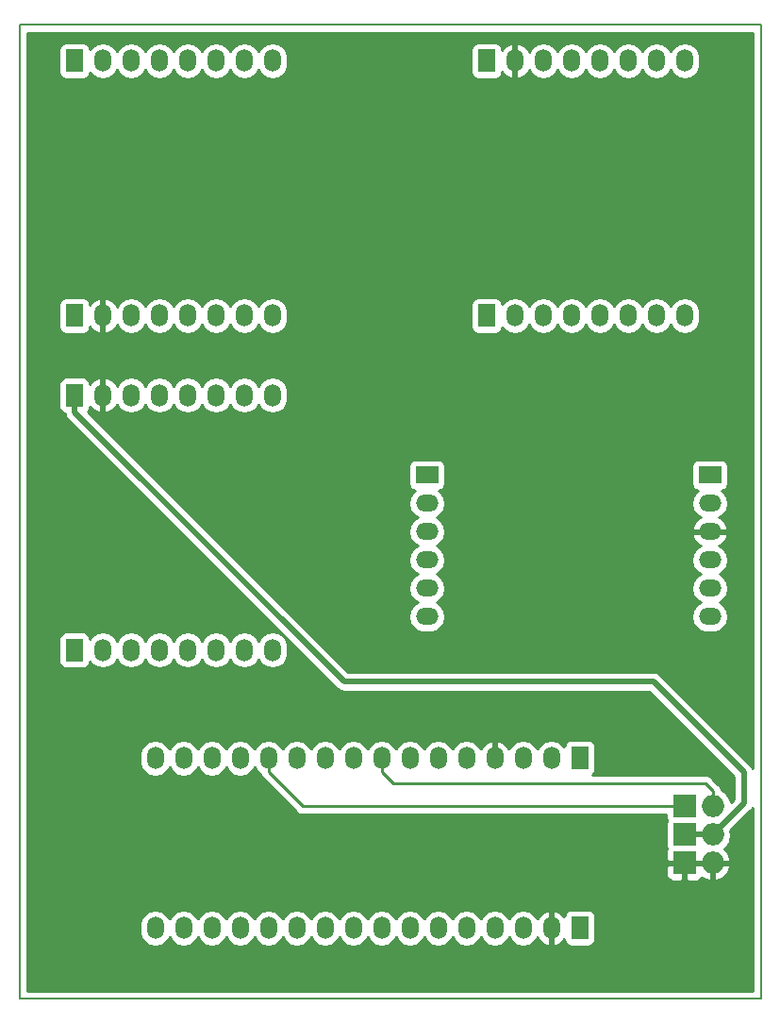
<source format=gbr>
%TF.GenerationSoftware,KiCad,Pcbnew,5.0.2+dfsg1-1*%
%TF.CreationDate,2020-04-12T10:59:42+02:00*%
%TF.ProjectId,fietslamp,66696574-736c-4616-9d70-2e6b69636164,rev?*%
%TF.SameCoordinates,Original*%
%TF.FileFunction,Copper,L2,Bot*%
%TF.FilePolarity,Positive*%
%FSLAX46Y46*%
G04 Gerber Fmt 4.6, Leading zero omitted, Abs format (unit mm)*
G04 Created by KiCad (PCBNEW 5.0.2+dfsg1-1) date zo 12 apr 2020 10:59:42 CEST*
%MOMM*%
%LPD*%
G01*
G04 APERTURE LIST*
%ADD10C,0.150000*%
%ADD11R,2.000000X2.000000*%
%ADD12O,2.000000X2.000000*%
%ADD13R,1.500000X2.000000*%
%ADD14O,1.500000X2.000000*%
%ADD15O,2.000000X1.500000*%
%ADD16R,2.000000X1.500000*%
%ADD17C,0.250000*%
%ADD18C,0.254000*%
%ADD19C,0.508000*%
G04 APERTURE END LIST*
D10*
X74168000Y-41656000D02*
X140716000Y-41656000D01*
X74168000Y-129032000D02*
X74168000Y-41656000D01*
X140716000Y-129032000D02*
X74168000Y-129032000D01*
X140716000Y-41656000D02*
X140716000Y-129032000D01*
D11*
X133858000Y-116840000D03*
D12*
X136398000Y-116840000D03*
D11*
X133858000Y-114300000D03*
D12*
X136398000Y-114300000D03*
D13*
X124460000Y-122682000D03*
D14*
X121920000Y-122682000D03*
X119380000Y-122682000D03*
X116840000Y-122682000D03*
X114300000Y-122682000D03*
X111760000Y-122682000D03*
X109220000Y-122682000D03*
X106680000Y-122682000D03*
X104140000Y-122682000D03*
X101600000Y-122682000D03*
X99060000Y-122682000D03*
X96520000Y-122682000D03*
X93980000Y-122682000D03*
X91440000Y-122682000D03*
X88900000Y-122682000D03*
X86360000Y-122682000D03*
D15*
X136144000Y-94742000D03*
X136144000Y-92202000D03*
X136144000Y-89662000D03*
X136144000Y-87122000D03*
X136144000Y-84582000D03*
D16*
X136144000Y-82042000D03*
D14*
X96890000Y-74888000D03*
X94350000Y-74888000D03*
X91810000Y-74888000D03*
X89270000Y-74888000D03*
X86730000Y-74888000D03*
X84190000Y-74888000D03*
X81650000Y-74888000D03*
D13*
X79110000Y-74888000D03*
D14*
X133890000Y-44888000D03*
X131350000Y-44888000D03*
X128810000Y-44888000D03*
X126270000Y-44888000D03*
X123730000Y-44888000D03*
X121190000Y-44888000D03*
X118650000Y-44888000D03*
D13*
X116110000Y-44888000D03*
X79110000Y-97748000D03*
D14*
X81650000Y-97748000D03*
X84190000Y-97748000D03*
X86730000Y-97748000D03*
X89270000Y-97748000D03*
X91810000Y-97748000D03*
X94350000Y-97748000D03*
X96890000Y-97748000D03*
D13*
X116110000Y-67748000D03*
D14*
X118650000Y-67748000D03*
X121190000Y-67748000D03*
X123730000Y-67748000D03*
X126270000Y-67748000D03*
X128810000Y-67748000D03*
X131350000Y-67748000D03*
X133890000Y-67748000D03*
X96890000Y-67748000D03*
X94350000Y-67748000D03*
X91810000Y-67748000D03*
X89270000Y-67748000D03*
X86730000Y-67748000D03*
X84190000Y-67748000D03*
X81650000Y-67748000D03*
D13*
X79110000Y-67748000D03*
X79110000Y-44888000D03*
D14*
X81650000Y-44888000D03*
X84190000Y-44888000D03*
X86730000Y-44888000D03*
X89270000Y-44888000D03*
X91810000Y-44888000D03*
X94350000Y-44888000D03*
X96890000Y-44888000D03*
D16*
X110744000Y-82042000D03*
D15*
X110744000Y-84582000D03*
X110744000Y-87122000D03*
X110744000Y-89662000D03*
X110744000Y-92202000D03*
X110744000Y-94742000D03*
D14*
X86360000Y-107442000D03*
X88900000Y-107442000D03*
X91440000Y-107442000D03*
X93980000Y-107442000D03*
X96520000Y-107442000D03*
X99060000Y-107442000D03*
X101600000Y-107442000D03*
X104140000Y-107442000D03*
X106680000Y-107442000D03*
X109220000Y-107442000D03*
X111760000Y-107442000D03*
X114300000Y-107442000D03*
X116840000Y-107442000D03*
X119380000Y-107442000D03*
X121920000Y-107442000D03*
D13*
X124460000Y-107442000D03*
D12*
X136398000Y-111760000D03*
D11*
X133858000Y-111760000D03*
D17*
X109220000Y-107442000D02*
X109220000Y-107692000D01*
X132608000Y-111760000D02*
X133858000Y-111760000D01*
X99588000Y-111760000D02*
X132608000Y-111760000D01*
X96520000Y-108692000D02*
X99588000Y-111760000D01*
X96520000Y-107442000D02*
X96520000Y-108692000D01*
X136398000Y-110345787D02*
X136398000Y-111760000D01*
X135780213Y-109728000D02*
X136398000Y-110345787D01*
X107716000Y-109728000D02*
X135780213Y-109728000D01*
X106680000Y-108692000D02*
X107716000Y-109728000D01*
X106680000Y-107442000D02*
X106680000Y-108692000D01*
D18*
X79110000Y-74888000D02*
X79110000Y-75138000D01*
D19*
X79110000Y-76396000D02*
X103298000Y-100584000D01*
X79110000Y-74888000D02*
X79110000Y-76396000D01*
X103298000Y-100584000D02*
X131064000Y-100584000D01*
X131064000Y-100584000D02*
X139192000Y-108712000D01*
X139192000Y-111506000D02*
X136398000Y-114300000D01*
X139192000Y-108712000D02*
X139192000Y-111506000D01*
X136398000Y-114300000D02*
X133858000Y-114300000D01*
D18*
G36*
X140006001Y-108330082D02*
X139832933Y-108071067D01*
X139758707Y-108021471D01*
X131754531Y-100017296D01*
X131704933Y-99943067D01*
X131410870Y-99746581D01*
X131151556Y-99695000D01*
X131151555Y-99695000D01*
X131064000Y-99677584D01*
X130976445Y-99695000D01*
X103666236Y-99695000D01*
X88553236Y-84582000D01*
X109081867Y-84582000D01*
X109189359Y-85122400D01*
X109495471Y-85580529D01*
X109901756Y-85852000D01*
X109495471Y-86123471D01*
X109189359Y-86581600D01*
X109081867Y-87122000D01*
X109189359Y-87662400D01*
X109495471Y-88120529D01*
X109901756Y-88392000D01*
X109495471Y-88663471D01*
X109189359Y-89121600D01*
X109081867Y-89662000D01*
X109189359Y-90202400D01*
X109495471Y-90660529D01*
X109901756Y-90932000D01*
X109495471Y-91203471D01*
X109189359Y-91661600D01*
X109081867Y-92202000D01*
X109189359Y-92742400D01*
X109495471Y-93200529D01*
X109901756Y-93472000D01*
X109495471Y-93743471D01*
X109189359Y-94201600D01*
X109081867Y-94742000D01*
X109189359Y-95282400D01*
X109495471Y-95740529D01*
X109953600Y-96046641D01*
X110357593Y-96127000D01*
X111130407Y-96127000D01*
X111534400Y-96046641D01*
X111992529Y-95740529D01*
X112298641Y-95282400D01*
X112406133Y-94742000D01*
X112298641Y-94201600D01*
X111992529Y-93743471D01*
X111586244Y-93472000D01*
X111992529Y-93200529D01*
X112298641Y-92742400D01*
X112406133Y-92202000D01*
X112298641Y-91661600D01*
X111992529Y-91203471D01*
X111586244Y-90932000D01*
X111992529Y-90660529D01*
X112298641Y-90202400D01*
X112406133Y-89662000D01*
X134481867Y-89662000D01*
X134589359Y-90202400D01*
X134895471Y-90660529D01*
X135301756Y-90932000D01*
X134895471Y-91203471D01*
X134589359Y-91661600D01*
X134481867Y-92202000D01*
X134589359Y-92742400D01*
X134895471Y-93200529D01*
X135301756Y-93472000D01*
X134895471Y-93743471D01*
X134589359Y-94201600D01*
X134481867Y-94742000D01*
X134589359Y-95282400D01*
X134895471Y-95740529D01*
X135353600Y-96046641D01*
X135757593Y-96127000D01*
X136530407Y-96127000D01*
X136934400Y-96046641D01*
X137392529Y-95740529D01*
X137698641Y-95282400D01*
X137806133Y-94742000D01*
X137698641Y-94201600D01*
X137392529Y-93743471D01*
X136986244Y-93472000D01*
X137392529Y-93200529D01*
X137698641Y-92742400D01*
X137806133Y-92202000D01*
X137698641Y-91661600D01*
X137392529Y-91203471D01*
X136986244Y-90932000D01*
X137392529Y-90660529D01*
X137698641Y-90202400D01*
X137806133Y-89662000D01*
X137698641Y-89121600D01*
X137392529Y-88663471D01*
X136973443Y-88383447D01*
X137015721Y-88371964D01*
X137446736Y-88038894D01*
X137717481Y-87566235D01*
X137736318Y-87463185D01*
X137613656Y-87249000D01*
X136271000Y-87249000D01*
X136271000Y-87269000D01*
X136017000Y-87269000D01*
X136017000Y-87249000D01*
X134674344Y-87249000D01*
X134551682Y-87463185D01*
X134570519Y-87566235D01*
X134841264Y-88038894D01*
X135272279Y-88371964D01*
X135314557Y-88383447D01*
X134895471Y-88663471D01*
X134589359Y-89121600D01*
X134481867Y-89662000D01*
X112406133Y-89662000D01*
X112298641Y-89121600D01*
X111992529Y-88663471D01*
X111586244Y-88392000D01*
X111992529Y-88120529D01*
X112298641Y-87662400D01*
X112406133Y-87122000D01*
X112298641Y-86581600D01*
X111992529Y-86123471D01*
X111586244Y-85852000D01*
X111992529Y-85580529D01*
X112298641Y-85122400D01*
X112406133Y-84582000D01*
X134481867Y-84582000D01*
X134589359Y-85122400D01*
X134895471Y-85580529D01*
X135314557Y-85860553D01*
X135272279Y-85872036D01*
X134841264Y-86205106D01*
X134570519Y-86677765D01*
X134551682Y-86780815D01*
X134674344Y-86995000D01*
X136017000Y-86995000D01*
X136017000Y-86975000D01*
X136271000Y-86975000D01*
X136271000Y-86995000D01*
X137613656Y-86995000D01*
X137736318Y-86780815D01*
X137717481Y-86677765D01*
X137446736Y-86205106D01*
X137015721Y-85872036D01*
X136973443Y-85860553D01*
X137392529Y-85580529D01*
X137698641Y-85122400D01*
X137806133Y-84582000D01*
X137698641Y-84041600D01*
X137392529Y-83583471D01*
X137169408Y-83434386D01*
X137391765Y-83390157D01*
X137601809Y-83249809D01*
X137742157Y-83039765D01*
X137791440Y-82792000D01*
X137791440Y-81292000D01*
X137742157Y-81044235D01*
X137601809Y-80834191D01*
X137391765Y-80693843D01*
X137144000Y-80644560D01*
X135144000Y-80644560D01*
X134896235Y-80693843D01*
X134686191Y-80834191D01*
X134545843Y-81044235D01*
X134496560Y-81292000D01*
X134496560Y-82792000D01*
X134545843Y-83039765D01*
X134686191Y-83249809D01*
X134896235Y-83390157D01*
X135118592Y-83434386D01*
X134895471Y-83583471D01*
X134589359Y-84041600D01*
X134481867Y-84582000D01*
X112406133Y-84582000D01*
X112298641Y-84041600D01*
X111992529Y-83583471D01*
X111769408Y-83434386D01*
X111991765Y-83390157D01*
X112201809Y-83249809D01*
X112342157Y-83039765D01*
X112391440Y-82792000D01*
X112391440Y-81292000D01*
X112342157Y-81044235D01*
X112201809Y-80834191D01*
X111991765Y-80693843D01*
X111744000Y-80644560D01*
X109744000Y-80644560D01*
X109496235Y-80693843D01*
X109286191Y-80834191D01*
X109145843Y-81044235D01*
X109096560Y-81292000D01*
X109096560Y-82792000D01*
X109145843Y-83039765D01*
X109286191Y-83249809D01*
X109496235Y-83390157D01*
X109718592Y-83434386D01*
X109495471Y-83583471D01*
X109189359Y-84041600D01*
X109081867Y-84582000D01*
X88553236Y-84582000D01*
X80317350Y-76346115D01*
X80317809Y-76345809D01*
X80458157Y-76135765D01*
X80505746Y-75896517D01*
X80733106Y-76190736D01*
X81205765Y-76461481D01*
X81308815Y-76480318D01*
X81523000Y-76357656D01*
X81523000Y-75015000D01*
X81503000Y-75015000D01*
X81503000Y-74761000D01*
X81523000Y-74761000D01*
X81523000Y-73418344D01*
X81777000Y-73418344D01*
X81777000Y-74761000D01*
X81797000Y-74761000D01*
X81797000Y-75015000D01*
X81777000Y-75015000D01*
X81777000Y-76357656D01*
X81991185Y-76480318D01*
X82094235Y-76461481D01*
X82566894Y-76190736D01*
X82899964Y-75759721D01*
X82911447Y-75717443D01*
X83191472Y-76136529D01*
X83649601Y-76442641D01*
X84190000Y-76550133D01*
X84730400Y-76442641D01*
X85188529Y-76136529D01*
X85460000Y-75730243D01*
X85731472Y-76136529D01*
X86189601Y-76442641D01*
X86730000Y-76550133D01*
X87270400Y-76442641D01*
X87728529Y-76136529D01*
X88000000Y-75730243D01*
X88271472Y-76136529D01*
X88729601Y-76442641D01*
X89270000Y-76550133D01*
X89810400Y-76442641D01*
X90268529Y-76136529D01*
X90540000Y-75730243D01*
X90811472Y-76136529D01*
X91269601Y-76442641D01*
X91810000Y-76550133D01*
X92350400Y-76442641D01*
X92808529Y-76136529D01*
X93080000Y-75730243D01*
X93351472Y-76136529D01*
X93809601Y-76442641D01*
X94350000Y-76550133D01*
X94890400Y-76442641D01*
X95348529Y-76136529D01*
X95620000Y-75730243D01*
X95891472Y-76136529D01*
X96349601Y-76442641D01*
X96890000Y-76550133D01*
X97430400Y-76442641D01*
X97888529Y-76136529D01*
X98194641Y-75678399D01*
X98275000Y-75274406D01*
X98275000Y-74501593D01*
X98194641Y-74097600D01*
X97888528Y-73639471D01*
X97430399Y-73333359D01*
X96890000Y-73225867D01*
X96349600Y-73333359D01*
X95891471Y-73639472D01*
X95620000Y-74045757D01*
X95348528Y-73639471D01*
X94890399Y-73333359D01*
X94350000Y-73225867D01*
X93809600Y-73333359D01*
X93351471Y-73639472D01*
X93080000Y-74045757D01*
X92808528Y-73639471D01*
X92350399Y-73333359D01*
X91810000Y-73225867D01*
X91269600Y-73333359D01*
X90811471Y-73639472D01*
X90540000Y-74045757D01*
X90268528Y-73639471D01*
X89810399Y-73333359D01*
X89270000Y-73225867D01*
X88729600Y-73333359D01*
X88271471Y-73639472D01*
X88000000Y-74045757D01*
X87728528Y-73639471D01*
X87270399Y-73333359D01*
X86730000Y-73225867D01*
X86189600Y-73333359D01*
X85731471Y-73639472D01*
X85460000Y-74045757D01*
X85188528Y-73639471D01*
X84730399Y-73333359D01*
X84190000Y-73225867D01*
X83649600Y-73333359D01*
X83191471Y-73639472D01*
X82911447Y-74058557D01*
X82899964Y-74016279D01*
X82566894Y-73585264D01*
X82094235Y-73314519D01*
X81991185Y-73295682D01*
X81777000Y-73418344D01*
X81523000Y-73418344D01*
X81308815Y-73295682D01*
X81205765Y-73314519D01*
X80733106Y-73585264D01*
X80505746Y-73879483D01*
X80458157Y-73640235D01*
X80317809Y-73430191D01*
X80107765Y-73289843D01*
X79860000Y-73240560D01*
X78360000Y-73240560D01*
X78112235Y-73289843D01*
X77902191Y-73430191D01*
X77761843Y-73640235D01*
X77712560Y-73888000D01*
X77712560Y-75888000D01*
X77761843Y-76135765D01*
X77902191Y-76345809D01*
X78112235Y-76486157D01*
X78226020Y-76508790D01*
X78272582Y-76742870D01*
X78469068Y-77036933D01*
X78543294Y-77086529D01*
X102607470Y-101150706D01*
X102657067Y-101224933D01*
X102731293Y-101274529D01*
X102951129Y-101421419D01*
X103298000Y-101490416D01*
X103385556Y-101473000D01*
X130695765Y-101473000D01*
X138303000Y-109080236D01*
X138303001Y-111137763D01*
X138001277Y-111439487D01*
X137938136Y-111122055D01*
X137576769Y-110581231D01*
X137164992Y-110306090D01*
X137158000Y-110270939D01*
X137158000Y-110270935D01*
X137113904Y-110049250D01*
X137113904Y-110049249D01*
X136988329Y-109861314D01*
X136945929Y-109797858D01*
X136882473Y-109755458D01*
X136370544Y-109243530D01*
X136328142Y-109180071D01*
X136076750Y-109012096D01*
X135855065Y-108968000D01*
X135855060Y-108968000D01*
X135780213Y-108953112D01*
X135705366Y-108968000D01*
X125565755Y-108968000D01*
X125667809Y-108899809D01*
X125808157Y-108689765D01*
X125857440Y-108442000D01*
X125857440Y-106442000D01*
X125808157Y-106194235D01*
X125667809Y-105984191D01*
X125457765Y-105843843D01*
X125210000Y-105794560D01*
X123710000Y-105794560D01*
X123462235Y-105843843D01*
X123252191Y-105984191D01*
X123111843Y-106194235D01*
X123067614Y-106416593D01*
X122918529Y-106193471D01*
X122460400Y-105887359D01*
X121920000Y-105779867D01*
X121379601Y-105887359D01*
X120921472Y-106193471D01*
X120650000Y-106599757D01*
X120378529Y-106193471D01*
X119920400Y-105887359D01*
X119380000Y-105779867D01*
X118839601Y-105887359D01*
X118381472Y-106193471D01*
X118101447Y-106612557D01*
X118089964Y-106570279D01*
X117756894Y-106139264D01*
X117284235Y-105868519D01*
X117181185Y-105849682D01*
X116967000Y-105972344D01*
X116967000Y-107315000D01*
X116987000Y-107315000D01*
X116987000Y-107569000D01*
X116967000Y-107569000D01*
X116967000Y-107589000D01*
X116713000Y-107589000D01*
X116713000Y-107569000D01*
X116693000Y-107569000D01*
X116693000Y-107315000D01*
X116713000Y-107315000D01*
X116713000Y-105972344D01*
X116498815Y-105849682D01*
X116395765Y-105868519D01*
X115923106Y-106139264D01*
X115590036Y-106570279D01*
X115578553Y-106612557D01*
X115298529Y-106193471D01*
X114840400Y-105887359D01*
X114300000Y-105779867D01*
X113759601Y-105887359D01*
X113301472Y-106193471D01*
X113030000Y-106599757D01*
X112758529Y-106193471D01*
X112300400Y-105887359D01*
X111760000Y-105779867D01*
X111219601Y-105887359D01*
X110761472Y-106193471D01*
X110490000Y-106599757D01*
X110218529Y-106193471D01*
X109760400Y-105887359D01*
X109220000Y-105779867D01*
X108679601Y-105887359D01*
X108221472Y-106193471D01*
X107950000Y-106599757D01*
X107678529Y-106193471D01*
X107220400Y-105887359D01*
X106680000Y-105779867D01*
X106139601Y-105887359D01*
X105681472Y-106193471D01*
X105410000Y-106599757D01*
X105138529Y-106193471D01*
X104680400Y-105887359D01*
X104140000Y-105779867D01*
X103599601Y-105887359D01*
X103141472Y-106193471D01*
X102870000Y-106599757D01*
X102598529Y-106193471D01*
X102140400Y-105887359D01*
X101600000Y-105779867D01*
X101059601Y-105887359D01*
X100601472Y-106193471D01*
X100330000Y-106599757D01*
X100058529Y-106193471D01*
X99600400Y-105887359D01*
X99060000Y-105779867D01*
X98519601Y-105887359D01*
X98061472Y-106193471D01*
X97790000Y-106599757D01*
X97518529Y-106193471D01*
X97060400Y-105887359D01*
X96520000Y-105779867D01*
X95979601Y-105887359D01*
X95521472Y-106193471D01*
X95250000Y-106599757D01*
X94978529Y-106193471D01*
X94520400Y-105887359D01*
X93980000Y-105779867D01*
X93439601Y-105887359D01*
X92981472Y-106193471D01*
X92710000Y-106599757D01*
X92438529Y-106193471D01*
X91980400Y-105887359D01*
X91440000Y-105779867D01*
X90899601Y-105887359D01*
X90441472Y-106193471D01*
X90170000Y-106599757D01*
X89898529Y-106193471D01*
X89440400Y-105887359D01*
X88900000Y-105779867D01*
X88359601Y-105887359D01*
X87901472Y-106193471D01*
X87630000Y-106599757D01*
X87358529Y-106193471D01*
X86900400Y-105887359D01*
X86360000Y-105779867D01*
X85819601Y-105887359D01*
X85361472Y-106193471D01*
X85055359Y-106651600D01*
X84975000Y-107055593D01*
X84975000Y-107828406D01*
X85055359Y-108232399D01*
X85361471Y-108690528D01*
X85819600Y-108996641D01*
X86360000Y-109104133D01*
X86900399Y-108996641D01*
X87358528Y-108690529D01*
X87630000Y-108284243D01*
X87901471Y-108690528D01*
X88359600Y-108996641D01*
X88900000Y-109104133D01*
X89440399Y-108996641D01*
X89898528Y-108690529D01*
X90170000Y-108284243D01*
X90441471Y-108690528D01*
X90899600Y-108996641D01*
X91440000Y-109104133D01*
X91980399Y-108996641D01*
X92438528Y-108690529D01*
X92710000Y-108284243D01*
X92981471Y-108690528D01*
X93439600Y-108996641D01*
X93980000Y-109104133D01*
X94520399Y-108996641D01*
X94978528Y-108690529D01*
X95250000Y-108284243D01*
X95521471Y-108690528D01*
X95779055Y-108862640D01*
X95804097Y-108988537D01*
X95972072Y-109239929D01*
X96035528Y-109282329D01*
X98997671Y-112244473D01*
X99040071Y-112307929D01*
X99291463Y-112475904D01*
X99513148Y-112520000D01*
X99513152Y-112520000D01*
X99587999Y-112534888D01*
X99662846Y-112520000D01*
X132210560Y-112520000D01*
X132210560Y-112760000D01*
X132259843Y-113007765D01*
X132274700Y-113030000D01*
X132259843Y-113052235D01*
X132210560Y-113300000D01*
X132210560Y-115300000D01*
X132259843Y-115547765D01*
X132279526Y-115577223D01*
X132223000Y-115713690D01*
X132223000Y-116554250D01*
X132381750Y-116713000D01*
X133731000Y-116713000D01*
X133731000Y-116693000D01*
X133985000Y-116693000D01*
X133985000Y-116713000D01*
X136271000Y-116713000D01*
X136271000Y-116693000D01*
X136525000Y-116693000D01*
X136525000Y-116713000D01*
X137868777Y-116713000D01*
X137988124Y-116459566D01*
X137791402Y-115984615D01*
X137420029Y-115583499D01*
X137576769Y-115478769D01*
X137938136Y-114937945D01*
X138065031Y-114300000D01*
X137997042Y-113958194D01*
X139758707Y-112196529D01*
X139832933Y-112146933D01*
X140006001Y-111887918D01*
X140006001Y-128322000D01*
X74878000Y-128322000D01*
X74878000Y-122295593D01*
X84975000Y-122295593D01*
X84975000Y-123068406D01*
X85055359Y-123472399D01*
X85361471Y-123930528D01*
X85819600Y-124236641D01*
X86360000Y-124344133D01*
X86900399Y-124236641D01*
X87358528Y-123930529D01*
X87630000Y-123524243D01*
X87901471Y-123930528D01*
X88359600Y-124236641D01*
X88900000Y-124344133D01*
X89440399Y-124236641D01*
X89898528Y-123930529D01*
X90170000Y-123524243D01*
X90441471Y-123930528D01*
X90899600Y-124236641D01*
X91440000Y-124344133D01*
X91980399Y-124236641D01*
X92438528Y-123930529D01*
X92710000Y-123524243D01*
X92981471Y-123930528D01*
X93439600Y-124236641D01*
X93980000Y-124344133D01*
X94520399Y-124236641D01*
X94978528Y-123930529D01*
X95250000Y-123524243D01*
X95521471Y-123930528D01*
X95979600Y-124236641D01*
X96520000Y-124344133D01*
X97060399Y-124236641D01*
X97518528Y-123930529D01*
X97790000Y-123524243D01*
X98061471Y-123930528D01*
X98519600Y-124236641D01*
X99060000Y-124344133D01*
X99600399Y-124236641D01*
X100058528Y-123930529D01*
X100330000Y-123524243D01*
X100601471Y-123930528D01*
X101059600Y-124236641D01*
X101600000Y-124344133D01*
X102140399Y-124236641D01*
X102598528Y-123930529D01*
X102870000Y-123524243D01*
X103141471Y-123930528D01*
X103599600Y-124236641D01*
X104140000Y-124344133D01*
X104680399Y-124236641D01*
X105138528Y-123930529D01*
X105410000Y-123524243D01*
X105681471Y-123930528D01*
X106139600Y-124236641D01*
X106680000Y-124344133D01*
X107220399Y-124236641D01*
X107678528Y-123930529D01*
X107950000Y-123524243D01*
X108221471Y-123930528D01*
X108679600Y-124236641D01*
X109220000Y-124344133D01*
X109760399Y-124236641D01*
X110218528Y-123930529D01*
X110490000Y-123524243D01*
X110761471Y-123930528D01*
X111219600Y-124236641D01*
X111760000Y-124344133D01*
X112300399Y-124236641D01*
X112758528Y-123930529D01*
X113030000Y-123524243D01*
X113301471Y-123930528D01*
X113759600Y-124236641D01*
X114300000Y-124344133D01*
X114840399Y-124236641D01*
X115298528Y-123930529D01*
X115570000Y-123524243D01*
X115841471Y-123930528D01*
X116299600Y-124236641D01*
X116840000Y-124344133D01*
X117380399Y-124236641D01*
X117838528Y-123930529D01*
X118110000Y-123524243D01*
X118381471Y-123930528D01*
X118839600Y-124236641D01*
X119380000Y-124344133D01*
X119920399Y-124236641D01*
X120378528Y-123930529D01*
X120658553Y-123511443D01*
X120670036Y-123553721D01*
X121003106Y-123984736D01*
X121475765Y-124255481D01*
X121578815Y-124274318D01*
X121793000Y-124151656D01*
X121793000Y-122809000D01*
X121773000Y-122809000D01*
X121773000Y-122555000D01*
X121793000Y-122555000D01*
X121793000Y-121212344D01*
X122047000Y-121212344D01*
X122047000Y-122555000D01*
X122067000Y-122555000D01*
X122067000Y-122809000D01*
X122047000Y-122809000D01*
X122047000Y-124151656D01*
X122261185Y-124274318D01*
X122364235Y-124255481D01*
X122836894Y-123984736D01*
X123064254Y-123690517D01*
X123111843Y-123929765D01*
X123252191Y-124139809D01*
X123462235Y-124280157D01*
X123710000Y-124329440D01*
X125210000Y-124329440D01*
X125457765Y-124280157D01*
X125667809Y-124139809D01*
X125808157Y-123929765D01*
X125857440Y-123682000D01*
X125857440Y-121682000D01*
X125808157Y-121434235D01*
X125667809Y-121224191D01*
X125457765Y-121083843D01*
X125210000Y-121034560D01*
X123710000Y-121034560D01*
X123462235Y-121083843D01*
X123252191Y-121224191D01*
X123111843Y-121434235D01*
X123064254Y-121673483D01*
X122836894Y-121379264D01*
X122364235Y-121108519D01*
X122261185Y-121089682D01*
X122047000Y-121212344D01*
X121793000Y-121212344D01*
X121578815Y-121089682D01*
X121475765Y-121108519D01*
X121003106Y-121379264D01*
X120670036Y-121810279D01*
X120658553Y-121852557D01*
X120378529Y-121433471D01*
X119920400Y-121127359D01*
X119380000Y-121019867D01*
X118839601Y-121127359D01*
X118381472Y-121433471D01*
X118110000Y-121839757D01*
X117838529Y-121433471D01*
X117380400Y-121127359D01*
X116840000Y-121019867D01*
X116299601Y-121127359D01*
X115841472Y-121433471D01*
X115570000Y-121839757D01*
X115298529Y-121433471D01*
X114840400Y-121127359D01*
X114300000Y-121019867D01*
X113759601Y-121127359D01*
X113301472Y-121433471D01*
X113030000Y-121839757D01*
X112758529Y-121433471D01*
X112300400Y-121127359D01*
X111760000Y-121019867D01*
X111219601Y-121127359D01*
X110761472Y-121433471D01*
X110490000Y-121839757D01*
X110218529Y-121433471D01*
X109760400Y-121127359D01*
X109220000Y-121019867D01*
X108679601Y-121127359D01*
X108221472Y-121433471D01*
X107950000Y-121839757D01*
X107678529Y-121433471D01*
X107220400Y-121127359D01*
X106680000Y-121019867D01*
X106139601Y-121127359D01*
X105681472Y-121433471D01*
X105410000Y-121839757D01*
X105138529Y-121433471D01*
X104680400Y-121127359D01*
X104140000Y-121019867D01*
X103599601Y-121127359D01*
X103141472Y-121433471D01*
X102870000Y-121839757D01*
X102598529Y-121433471D01*
X102140400Y-121127359D01*
X101600000Y-121019867D01*
X101059601Y-121127359D01*
X100601472Y-121433471D01*
X100330000Y-121839757D01*
X100058529Y-121433471D01*
X99600400Y-121127359D01*
X99060000Y-121019867D01*
X98519601Y-121127359D01*
X98061472Y-121433471D01*
X97790000Y-121839757D01*
X97518529Y-121433471D01*
X97060400Y-121127359D01*
X96520000Y-121019867D01*
X95979601Y-121127359D01*
X95521472Y-121433471D01*
X95250000Y-121839757D01*
X94978529Y-121433471D01*
X94520400Y-121127359D01*
X93980000Y-121019867D01*
X93439601Y-121127359D01*
X92981472Y-121433471D01*
X92710000Y-121839757D01*
X92438529Y-121433471D01*
X91980400Y-121127359D01*
X91440000Y-121019867D01*
X90899601Y-121127359D01*
X90441472Y-121433471D01*
X90170000Y-121839757D01*
X89898529Y-121433471D01*
X89440400Y-121127359D01*
X88900000Y-121019867D01*
X88359601Y-121127359D01*
X87901472Y-121433471D01*
X87630000Y-121839757D01*
X87358529Y-121433471D01*
X86900400Y-121127359D01*
X86360000Y-121019867D01*
X85819601Y-121127359D01*
X85361472Y-121433471D01*
X85055359Y-121891600D01*
X84975000Y-122295593D01*
X74878000Y-122295593D01*
X74878000Y-117125750D01*
X132223000Y-117125750D01*
X132223000Y-117966310D01*
X132319673Y-118199699D01*
X132498302Y-118378327D01*
X132731691Y-118475000D01*
X133572250Y-118475000D01*
X133731000Y-118316250D01*
X133731000Y-116967000D01*
X133985000Y-116967000D01*
X133985000Y-118316250D01*
X134143750Y-118475000D01*
X134984309Y-118475000D01*
X135217698Y-118378327D01*
X135396327Y-118199699D01*
X135419568Y-118143590D01*
X135438006Y-118163505D01*
X136017565Y-118430133D01*
X136271000Y-118311319D01*
X136271000Y-116967000D01*
X136525000Y-116967000D01*
X136525000Y-118311319D01*
X136778435Y-118430133D01*
X137357994Y-118163505D01*
X137791402Y-117695385D01*
X137988124Y-117220434D01*
X137868777Y-116967000D01*
X136525000Y-116967000D01*
X136271000Y-116967000D01*
X133985000Y-116967000D01*
X133731000Y-116967000D01*
X132381750Y-116967000D01*
X132223000Y-117125750D01*
X74878000Y-117125750D01*
X74878000Y-96748000D01*
X77712560Y-96748000D01*
X77712560Y-98748000D01*
X77761843Y-98995765D01*
X77902191Y-99205809D01*
X78112235Y-99346157D01*
X78360000Y-99395440D01*
X79860000Y-99395440D01*
X80107765Y-99346157D01*
X80317809Y-99205809D01*
X80458157Y-98995765D01*
X80502386Y-98773407D01*
X80651472Y-98996529D01*
X81109601Y-99302641D01*
X81650000Y-99410133D01*
X82190400Y-99302641D01*
X82648529Y-98996529D01*
X82920000Y-98590243D01*
X83191472Y-98996529D01*
X83649601Y-99302641D01*
X84190000Y-99410133D01*
X84730400Y-99302641D01*
X85188529Y-98996529D01*
X85460000Y-98590243D01*
X85731472Y-98996529D01*
X86189601Y-99302641D01*
X86730000Y-99410133D01*
X87270400Y-99302641D01*
X87728529Y-98996529D01*
X88000000Y-98590243D01*
X88271472Y-98996529D01*
X88729601Y-99302641D01*
X89270000Y-99410133D01*
X89810400Y-99302641D01*
X90268529Y-98996529D01*
X90540000Y-98590243D01*
X90811472Y-98996529D01*
X91269601Y-99302641D01*
X91810000Y-99410133D01*
X92350400Y-99302641D01*
X92808529Y-98996529D01*
X93080000Y-98590243D01*
X93351472Y-98996529D01*
X93809601Y-99302641D01*
X94350000Y-99410133D01*
X94890400Y-99302641D01*
X95348529Y-98996529D01*
X95620000Y-98590243D01*
X95891472Y-98996529D01*
X96349601Y-99302641D01*
X96890000Y-99410133D01*
X97430400Y-99302641D01*
X97888529Y-98996529D01*
X98194641Y-98538399D01*
X98275000Y-98134406D01*
X98275000Y-97361593D01*
X98194641Y-96957600D01*
X97888528Y-96499471D01*
X97430399Y-96193359D01*
X96890000Y-96085867D01*
X96349600Y-96193359D01*
X95891471Y-96499472D01*
X95620000Y-96905757D01*
X95348528Y-96499471D01*
X94890399Y-96193359D01*
X94350000Y-96085867D01*
X93809600Y-96193359D01*
X93351471Y-96499472D01*
X93080000Y-96905757D01*
X92808528Y-96499471D01*
X92350399Y-96193359D01*
X91810000Y-96085867D01*
X91269600Y-96193359D01*
X90811471Y-96499472D01*
X90540000Y-96905757D01*
X90268528Y-96499471D01*
X89810399Y-96193359D01*
X89270000Y-96085867D01*
X88729600Y-96193359D01*
X88271471Y-96499472D01*
X88000000Y-96905757D01*
X87728528Y-96499471D01*
X87270399Y-96193359D01*
X86730000Y-96085867D01*
X86189600Y-96193359D01*
X85731471Y-96499472D01*
X85460000Y-96905757D01*
X85188528Y-96499471D01*
X84730399Y-96193359D01*
X84190000Y-96085867D01*
X83649600Y-96193359D01*
X83191471Y-96499472D01*
X82920000Y-96905757D01*
X82648528Y-96499471D01*
X82190399Y-96193359D01*
X81650000Y-96085867D01*
X81109600Y-96193359D01*
X80651471Y-96499472D01*
X80502386Y-96722593D01*
X80458157Y-96500235D01*
X80317809Y-96290191D01*
X80107765Y-96149843D01*
X79860000Y-96100560D01*
X78360000Y-96100560D01*
X78112235Y-96149843D01*
X77902191Y-96290191D01*
X77761843Y-96500235D01*
X77712560Y-96748000D01*
X74878000Y-96748000D01*
X74878000Y-66748000D01*
X77712560Y-66748000D01*
X77712560Y-68748000D01*
X77761843Y-68995765D01*
X77902191Y-69205809D01*
X78112235Y-69346157D01*
X78360000Y-69395440D01*
X79860000Y-69395440D01*
X80107765Y-69346157D01*
X80317809Y-69205809D01*
X80458157Y-68995765D01*
X80505746Y-68756517D01*
X80733106Y-69050736D01*
X81205765Y-69321481D01*
X81308815Y-69340318D01*
X81523000Y-69217656D01*
X81523000Y-67875000D01*
X81503000Y-67875000D01*
X81503000Y-67621000D01*
X81523000Y-67621000D01*
X81523000Y-66278344D01*
X81777000Y-66278344D01*
X81777000Y-67621000D01*
X81797000Y-67621000D01*
X81797000Y-67875000D01*
X81777000Y-67875000D01*
X81777000Y-69217656D01*
X81991185Y-69340318D01*
X82094235Y-69321481D01*
X82566894Y-69050736D01*
X82899964Y-68619721D01*
X82911447Y-68577443D01*
X83191472Y-68996529D01*
X83649601Y-69302641D01*
X84190000Y-69410133D01*
X84730400Y-69302641D01*
X85188529Y-68996529D01*
X85460000Y-68590243D01*
X85731472Y-68996529D01*
X86189601Y-69302641D01*
X86730000Y-69410133D01*
X87270400Y-69302641D01*
X87728529Y-68996529D01*
X88000000Y-68590243D01*
X88271472Y-68996529D01*
X88729601Y-69302641D01*
X89270000Y-69410133D01*
X89810400Y-69302641D01*
X90268529Y-68996529D01*
X90540000Y-68590243D01*
X90811472Y-68996529D01*
X91269601Y-69302641D01*
X91810000Y-69410133D01*
X92350400Y-69302641D01*
X92808529Y-68996529D01*
X93080000Y-68590243D01*
X93351472Y-68996529D01*
X93809601Y-69302641D01*
X94350000Y-69410133D01*
X94890400Y-69302641D01*
X95348529Y-68996529D01*
X95620000Y-68590243D01*
X95891472Y-68996529D01*
X96349601Y-69302641D01*
X96890000Y-69410133D01*
X97430400Y-69302641D01*
X97888529Y-68996529D01*
X98194641Y-68538399D01*
X98275000Y-68134406D01*
X98275000Y-67361593D01*
X98194641Y-66957600D01*
X98054591Y-66748000D01*
X114712560Y-66748000D01*
X114712560Y-68748000D01*
X114761843Y-68995765D01*
X114902191Y-69205809D01*
X115112235Y-69346157D01*
X115360000Y-69395440D01*
X116860000Y-69395440D01*
X117107765Y-69346157D01*
X117317809Y-69205809D01*
X117458157Y-68995765D01*
X117502386Y-68773407D01*
X117651472Y-68996529D01*
X118109601Y-69302641D01*
X118650000Y-69410133D01*
X119190400Y-69302641D01*
X119648529Y-68996529D01*
X119920000Y-68590243D01*
X120191472Y-68996529D01*
X120649601Y-69302641D01*
X121190000Y-69410133D01*
X121730400Y-69302641D01*
X122188529Y-68996529D01*
X122460000Y-68590243D01*
X122731472Y-68996529D01*
X123189601Y-69302641D01*
X123730000Y-69410133D01*
X124270400Y-69302641D01*
X124728529Y-68996529D01*
X125000000Y-68590243D01*
X125271472Y-68996529D01*
X125729601Y-69302641D01*
X126270000Y-69410133D01*
X126810400Y-69302641D01*
X127268529Y-68996529D01*
X127540000Y-68590243D01*
X127811472Y-68996529D01*
X128269601Y-69302641D01*
X128810000Y-69410133D01*
X129350400Y-69302641D01*
X129808529Y-68996529D01*
X130080000Y-68590243D01*
X130351472Y-68996529D01*
X130809601Y-69302641D01*
X131350000Y-69410133D01*
X131890400Y-69302641D01*
X132348529Y-68996529D01*
X132620000Y-68590243D01*
X132891472Y-68996529D01*
X133349601Y-69302641D01*
X133890000Y-69410133D01*
X134430400Y-69302641D01*
X134888529Y-68996529D01*
X135194641Y-68538399D01*
X135275000Y-68134406D01*
X135275000Y-67361593D01*
X135194641Y-66957600D01*
X134888528Y-66499471D01*
X134430399Y-66193359D01*
X133890000Y-66085867D01*
X133349600Y-66193359D01*
X132891471Y-66499472D01*
X132620000Y-66905757D01*
X132348528Y-66499471D01*
X131890399Y-66193359D01*
X131350000Y-66085867D01*
X130809600Y-66193359D01*
X130351471Y-66499472D01*
X130080000Y-66905757D01*
X129808528Y-66499471D01*
X129350399Y-66193359D01*
X128810000Y-66085867D01*
X128269600Y-66193359D01*
X127811471Y-66499472D01*
X127540000Y-66905757D01*
X127268528Y-66499471D01*
X126810399Y-66193359D01*
X126270000Y-66085867D01*
X125729600Y-66193359D01*
X125271471Y-66499472D01*
X125000000Y-66905757D01*
X124728528Y-66499471D01*
X124270399Y-66193359D01*
X123730000Y-66085867D01*
X123189600Y-66193359D01*
X122731471Y-66499472D01*
X122460000Y-66905757D01*
X122188528Y-66499471D01*
X121730399Y-66193359D01*
X121190000Y-66085867D01*
X120649600Y-66193359D01*
X120191471Y-66499472D01*
X119920000Y-66905757D01*
X119648528Y-66499471D01*
X119190399Y-66193359D01*
X118650000Y-66085867D01*
X118109600Y-66193359D01*
X117651471Y-66499472D01*
X117502386Y-66722593D01*
X117458157Y-66500235D01*
X117317809Y-66290191D01*
X117107765Y-66149843D01*
X116860000Y-66100560D01*
X115360000Y-66100560D01*
X115112235Y-66149843D01*
X114902191Y-66290191D01*
X114761843Y-66500235D01*
X114712560Y-66748000D01*
X98054591Y-66748000D01*
X97888528Y-66499471D01*
X97430399Y-66193359D01*
X96890000Y-66085867D01*
X96349600Y-66193359D01*
X95891471Y-66499472D01*
X95620000Y-66905757D01*
X95348528Y-66499471D01*
X94890399Y-66193359D01*
X94350000Y-66085867D01*
X93809600Y-66193359D01*
X93351471Y-66499472D01*
X93080000Y-66905757D01*
X92808528Y-66499471D01*
X92350399Y-66193359D01*
X91810000Y-66085867D01*
X91269600Y-66193359D01*
X90811471Y-66499472D01*
X90540000Y-66905757D01*
X90268528Y-66499471D01*
X89810399Y-66193359D01*
X89270000Y-66085867D01*
X88729600Y-66193359D01*
X88271471Y-66499472D01*
X88000000Y-66905757D01*
X87728528Y-66499471D01*
X87270399Y-66193359D01*
X86730000Y-66085867D01*
X86189600Y-66193359D01*
X85731471Y-66499472D01*
X85460000Y-66905757D01*
X85188528Y-66499471D01*
X84730399Y-66193359D01*
X84190000Y-66085867D01*
X83649600Y-66193359D01*
X83191471Y-66499472D01*
X82911447Y-66918557D01*
X82899964Y-66876279D01*
X82566894Y-66445264D01*
X82094235Y-66174519D01*
X81991185Y-66155682D01*
X81777000Y-66278344D01*
X81523000Y-66278344D01*
X81308815Y-66155682D01*
X81205765Y-66174519D01*
X80733106Y-66445264D01*
X80505746Y-66739483D01*
X80458157Y-66500235D01*
X80317809Y-66290191D01*
X80107765Y-66149843D01*
X79860000Y-66100560D01*
X78360000Y-66100560D01*
X78112235Y-66149843D01*
X77902191Y-66290191D01*
X77761843Y-66500235D01*
X77712560Y-66748000D01*
X74878000Y-66748000D01*
X74878000Y-43888000D01*
X77712560Y-43888000D01*
X77712560Y-45888000D01*
X77761843Y-46135765D01*
X77902191Y-46345809D01*
X78112235Y-46486157D01*
X78360000Y-46535440D01*
X79860000Y-46535440D01*
X80107765Y-46486157D01*
X80317809Y-46345809D01*
X80458157Y-46135765D01*
X80502386Y-45913407D01*
X80651472Y-46136529D01*
X81109601Y-46442641D01*
X81650000Y-46550133D01*
X82190400Y-46442641D01*
X82648529Y-46136529D01*
X82920000Y-45730243D01*
X83191472Y-46136529D01*
X83649601Y-46442641D01*
X84190000Y-46550133D01*
X84730400Y-46442641D01*
X85188529Y-46136529D01*
X85460000Y-45730243D01*
X85731472Y-46136529D01*
X86189601Y-46442641D01*
X86730000Y-46550133D01*
X87270400Y-46442641D01*
X87728529Y-46136529D01*
X88000000Y-45730243D01*
X88271472Y-46136529D01*
X88729601Y-46442641D01*
X89270000Y-46550133D01*
X89810400Y-46442641D01*
X90268529Y-46136529D01*
X90540000Y-45730243D01*
X90811472Y-46136529D01*
X91269601Y-46442641D01*
X91810000Y-46550133D01*
X92350400Y-46442641D01*
X92808529Y-46136529D01*
X93080000Y-45730243D01*
X93351472Y-46136529D01*
X93809601Y-46442641D01*
X94350000Y-46550133D01*
X94890400Y-46442641D01*
X95348529Y-46136529D01*
X95620000Y-45730243D01*
X95891472Y-46136529D01*
X96349601Y-46442641D01*
X96890000Y-46550133D01*
X97430400Y-46442641D01*
X97888529Y-46136529D01*
X98194641Y-45678399D01*
X98275000Y-45274406D01*
X98275000Y-44501593D01*
X98194641Y-44097600D01*
X98054591Y-43888000D01*
X114712560Y-43888000D01*
X114712560Y-45888000D01*
X114761843Y-46135765D01*
X114902191Y-46345809D01*
X115112235Y-46486157D01*
X115360000Y-46535440D01*
X116860000Y-46535440D01*
X117107765Y-46486157D01*
X117317809Y-46345809D01*
X117458157Y-46135765D01*
X117505746Y-45896517D01*
X117733106Y-46190736D01*
X118205765Y-46461481D01*
X118308815Y-46480318D01*
X118523000Y-46357656D01*
X118523000Y-45015000D01*
X118503000Y-45015000D01*
X118503000Y-44761000D01*
X118523000Y-44761000D01*
X118523000Y-43418344D01*
X118777000Y-43418344D01*
X118777000Y-44761000D01*
X118797000Y-44761000D01*
X118797000Y-45015000D01*
X118777000Y-45015000D01*
X118777000Y-46357656D01*
X118991185Y-46480318D01*
X119094235Y-46461481D01*
X119566894Y-46190736D01*
X119899964Y-45759721D01*
X119911447Y-45717443D01*
X120191472Y-46136529D01*
X120649601Y-46442641D01*
X121190000Y-46550133D01*
X121730400Y-46442641D01*
X122188529Y-46136529D01*
X122460000Y-45730243D01*
X122731472Y-46136529D01*
X123189601Y-46442641D01*
X123730000Y-46550133D01*
X124270400Y-46442641D01*
X124728529Y-46136529D01*
X125000000Y-45730243D01*
X125271472Y-46136529D01*
X125729601Y-46442641D01*
X126270000Y-46550133D01*
X126810400Y-46442641D01*
X127268529Y-46136529D01*
X127540000Y-45730243D01*
X127811472Y-46136529D01*
X128269601Y-46442641D01*
X128810000Y-46550133D01*
X129350400Y-46442641D01*
X129808529Y-46136529D01*
X130080000Y-45730243D01*
X130351472Y-46136529D01*
X130809601Y-46442641D01*
X131350000Y-46550133D01*
X131890400Y-46442641D01*
X132348529Y-46136529D01*
X132620000Y-45730243D01*
X132891472Y-46136529D01*
X133349601Y-46442641D01*
X133890000Y-46550133D01*
X134430400Y-46442641D01*
X134888529Y-46136529D01*
X135194641Y-45678399D01*
X135275000Y-45274406D01*
X135275000Y-44501593D01*
X135194641Y-44097600D01*
X134888528Y-43639471D01*
X134430399Y-43333359D01*
X133890000Y-43225867D01*
X133349600Y-43333359D01*
X132891471Y-43639472D01*
X132620000Y-44045757D01*
X132348528Y-43639471D01*
X131890399Y-43333359D01*
X131350000Y-43225867D01*
X130809600Y-43333359D01*
X130351471Y-43639472D01*
X130080000Y-44045757D01*
X129808528Y-43639471D01*
X129350399Y-43333359D01*
X128810000Y-43225867D01*
X128269600Y-43333359D01*
X127811471Y-43639472D01*
X127540000Y-44045757D01*
X127268528Y-43639471D01*
X126810399Y-43333359D01*
X126270000Y-43225867D01*
X125729600Y-43333359D01*
X125271471Y-43639472D01*
X125000000Y-44045757D01*
X124728528Y-43639471D01*
X124270399Y-43333359D01*
X123730000Y-43225867D01*
X123189600Y-43333359D01*
X122731471Y-43639472D01*
X122460000Y-44045757D01*
X122188528Y-43639471D01*
X121730399Y-43333359D01*
X121190000Y-43225867D01*
X120649600Y-43333359D01*
X120191471Y-43639472D01*
X119911447Y-44058557D01*
X119899964Y-44016279D01*
X119566894Y-43585264D01*
X119094235Y-43314519D01*
X118991185Y-43295682D01*
X118777000Y-43418344D01*
X118523000Y-43418344D01*
X118308815Y-43295682D01*
X118205765Y-43314519D01*
X117733106Y-43585264D01*
X117505746Y-43879483D01*
X117458157Y-43640235D01*
X117317809Y-43430191D01*
X117107765Y-43289843D01*
X116860000Y-43240560D01*
X115360000Y-43240560D01*
X115112235Y-43289843D01*
X114902191Y-43430191D01*
X114761843Y-43640235D01*
X114712560Y-43888000D01*
X98054591Y-43888000D01*
X97888528Y-43639471D01*
X97430399Y-43333359D01*
X96890000Y-43225867D01*
X96349600Y-43333359D01*
X95891471Y-43639472D01*
X95620000Y-44045757D01*
X95348528Y-43639471D01*
X94890399Y-43333359D01*
X94350000Y-43225867D01*
X93809600Y-43333359D01*
X93351471Y-43639472D01*
X93080000Y-44045757D01*
X92808528Y-43639471D01*
X92350399Y-43333359D01*
X91810000Y-43225867D01*
X91269600Y-43333359D01*
X90811471Y-43639472D01*
X90540000Y-44045757D01*
X90268528Y-43639471D01*
X89810399Y-43333359D01*
X89270000Y-43225867D01*
X88729600Y-43333359D01*
X88271471Y-43639472D01*
X88000000Y-44045757D01*
X87728528Y-43639471D01*
X87270399Y-43333359D01*
X86730000Y-43225867D01*
X86189600Y-43333359D01*
X85731471Y-43639472D01*
X85460000Y-44045757D01*
X85188528Y-43639471D01*
X84730399Y-43333359D01*
X84190000Y-43225867D01*
X83649600Y-43333359D01*
X83191471Y-43639472D01*
X82920000Y-44045757D01*
X82648528Y-43639471D01*
X82190399Y-43333359D01*
X81650000Y-43225867D01*
X81109600Y-43333359D01*
X80651471Y-43639472D01*
X80502386Y-43862593D01*
X80458157Y-43640235D01*
X80317809Y-43430191D01*
X80107765Y-43289843D01*
X79860000Y-43240560D01*
X78360000Y-43240560D01*
X78112235Y-43289843D01*
X77902191Y-43430191D01*
X77761843Y-43640235D01*
X77712560Y-43888000D01*
X74878000Y-43888000D01*
X74878000Y-42366000D01*
X140006000Y-42366000D01*
X140006001Y-108330082D01*
X140006001Y-108330082D01*
G37*
X140006001Y-108330082D02*
X139832933Y-108071067D01*
X139758707Y-108021471D01*
X131754531Y-100017296D01*
X131704933Y-99943067D01*
X131410870Y-99746581D01*
X131151556Y-99695000D01*
X131151555Y-99695000D01*
X131064000Y-99677584D01*
X130976445Y-99695000D01*
X103666236Y-99695000D01*
X88553236Y-84582000D01*
X109081867Y-84582000D01*
X109189359Y-85122400D01*
X109495471Y-85580529D01*
X109901756Y-85852000D01*
X109495471Y-86123471D01*
X109189359Y-86581600D01*
X109081867Y-87122000D01*
X109189359Y-87662400D01*
X109495471Y-88120529D01*
X109901756Y-88392000D01*
X109495471Y-88663471D01*
X109189359Y-89121600D01*
X109081867Y-89662000D01*
X109189359Y-90202400D01*
X109495471Y-90660529D01*
X109901756Y-90932000D01*
X109495471Y-91203471D01*
X109189359Y-91661600D01*
X109081867Y-92202000D01*
X109189359Y-92742400D01*
X109495471Y-93200529D01*
X109901756Y-93472000D01*
X109495471Y-93743471D01*
X109189359Y-94201600D01*
X109081867Y-94742000D01*
X109189359Y-95282400D01*
X109495471Y-95740529D01*
X109953600Y-96046641D01*
X110357593Y-96127000D01*
X111130407Y-96127000D01*
X111534400Y-96046641D01*
X111992529Y-95740529D01*
X112298641Y-95282400D01*
X112406133Y-94742000D01*
X112298641Y-94201600D01*
X111992529Y-93743471D01*
X111586244Y-93472000D01*
X111992529Y-93200529D01*
X112298641Y-92742400D01*
X112406133Y-92202000D01*
X112298641Y-91661600D01*
X111992529Y-91203471D01*
X111586244Y-90932000D01*
X111992529Y-90660529D01*
X112298641Y-90202400D01*
X112406133Y-89662000D01*
X134481867Y-89662000D01*
X134589359Y-90202400D01*
X134895471Y-90660529D01*
X135301756Y-90932000D01*
X134895471Y-91203471D01*
X134589359Y-91661600D01*
X134481867Y-92202000D01*
X134589359Y-92742400D01*
X134895471Y-93200529D01*
X135301756Y-93472000D01*
X134895471Y-93743471D01*
X134589359Y-94201600D01*
X134481867Y-94742000D01*
X134589359Y-95282400D01*
X134895471Y-95740529D01*
X135353600Y-96046641D01*
X135757593Y-96127000D01*
X136530407Y-96127000D01*
X136934400Y-96046641D01*
X137392529Y-95740529D01*
X137698641Y-95282400D01*
X137806133Y-94742000D01*
X137698641Y-94201600D01*
X137392529Y-93743471D01*
X136986244Y-93472000D01*
X137392529Y-93200529D01*
X137698641Y-92742400D01*
X137806133Y-92202000D01*
X137698641Y-91661600D01*
X137392529Y-91203471D01*
X136986244Y-90932000D01*
X137392529Y-90660529D01*
X137698641Y-90202400D01*
X137806133Y-89662000D01*
X137698641Y-89121600D01*
X137392529Y-88663471D01*
X136973443Y-88383447D01*
X137015721Y-88371964D01*
X137446736Y-88038894D01*
X137717481Y-87566235D01*
X137736318Y-87463185D01*
X137613656Y-87249000D01*
X136271000Y-87249000D01*
X136271000Y-87269000D01*
X136017000Y-87269000D01*
X136017000Y-87249000D01*
X134674344Y-87249000D01*
X134551682Y-87463185D01*
X134570519Y-87566235D01*
X134841264Y-88038894D01*
X135272279Y-88371964D01*
X135314557Y-88383447D01*
X134895471Y-88663471D01*
X134589359Y-89121600D01*
X134481867Y-89662000D01*
X112406133Y-89662000D01*
X112298641Y-89121600D01*
X111992529Y-88663471D01*
X111586244Y-88392000D01*
X111992529Y-88120529D01*
X112298641Y-87662400D01*
X112406133Y-87122000D01*
X112298641Y-86581600D01*
X111992529Y-86123471D01*
X111586244Y-85852000D01*
X111992529Y-85580529D01*
X112298641Y-85122400D01*
X112406133Y-84582000D01*
X134481867Y-84582000D01*
X134589359Y-85122400D01*
X134895471Y-85580529D01*
X135314557Y-85860553D01*
X135272279Y-85872036D01*
X134841264Y-86205106D01*
X134570519Y-86677765D01*
X134551682Y-86780815D01*
X134674344Y-86995000D01*
X136017000Y-86995000D01*
X136017000Y-86975000D01*
X136271000Y-86975000D01*
X136271000Y-86995000D01*
X137613656Y-86995000D01*
X137736318Y-86780815D01*
X137717481Y-86677765D01*
X137446736Y-86205106D01*
X137015721Y-85872036D01*
X136973443Y-85860553D01*
X137392529Y-85580529D01*
X137698641Y-85122400D01*
X137806133Y-84582000D01*
X137698641Y-84041600D01*
X137392529Y-83583471D01*
X137169408Y-83434386D01*
X137391765Y-83390157D01*
X137601809Y-83249809D01*
X137742157Y-83039765D01*
X137791440Y-82792000D01*
X137791440Y-81292000D01*
X137742157Y-81044235D01*
X137601809Y-80834191D01*
X137391765Y-80693843D01*
X137144000Y-80644560D01*
X135144000Y-80644560D01*
X134896235Y-80693843D01*
X134686191Y-80834191D01*
X134545843Y-81044235D01*
X134496560Y-81292000D01*
X134496560Y-82792000D01*
X134545843Y-83039765D01*
X134686191Y-83249809D01*
X134896235Y-83390157D01*
X135118592Y-83434386D01*
X134895471Y-83583471D01*
X134589359Y-84041600D01*
X134481867Y-84582000D01*
X112406133Y-84582000D01*
X112298641Y-84041600D01*
X111992529Y-83583471D01*
X111769408Y-83434386D01*
X111991765Y-83390157D01*
X112201809Y-83249809D01*
X112342157Y-83039765D01*
X112391440Y-82792000D01*
X112391440Y-81292000D01*
X112342157Y-81044235D01*
X112201809Y-80834191D01*
X111991765Y-80693843D01*
X111744000Y-80644560D01*
X109744000Y-80644560D01*
X109496235Y-80693843D01*
X109286191Y-80834191D01*
X109145843Y-81044235D01*
X109096560Y-81292000D01*
X109096560Y-82792000D01*
X109145843Y-83039765D01*
X109286191Y-83249809D01*
X109496235Y-83390157D01*
X109718592Y-83434386D01*
X109495471Y-83583471D01*
X109189359Y-84041600D01*
X109081867Y-84582000D01*
X88553236Y-84582000D01*
X80317350Y-76346115D01*
X80317809Y-76345809D01*
X80458157Y-76135765D01*
X80505746Y-75896517D01*
X80733106Y-76190736D01*
X81205765Y-76461481D01*
X81308815Y-76480318D01*
X81523000Y-76357656D01*
X81523000Y-75015000D01*
X81503000Y-75015000D01*
X81503000Y-74761000D01*
X81523000Y-74761000D01*
X81523000Y-73418344D01*
X81777000Y-73418344D01*
X81777000Y-74761000D01*
X81797000Y-74761000D01*
X81797000Y-75015000D01*
X81777000Y-75015000D01*
X81777000Y-76357656D01*
X81991185Y-76480318D01*
X82094235Y-76461481D01*
X82566894Y-76190736D01*
X82899964Y-75759721D01*
X82911447Y-75717443D01*
X83191472Y-76136529D01*
X83649601Y-76442641D01*
X84190000Y-76550133D01*
X84730400Y-76442641D01*
X85188529Y-76136529D01*
X85460000Y-75730243D01*
X85731472Y-76136529D01*
X86189601Y-76442641D01*
X86730000Y-76550133D01*
X87270400Y-76442641D01*
X87728529Y-76136529D01*
X88000000Y-75730243D01*
X88271472Y-76136529D01*
X88729601Y-76442641D01*
X89270000Y-76550133D01*
X89810400Y-76442641D01*
X90268529Y-76136529D01*
X90540000Y-75730243D01*
X90811472Y-76136529D01*
X91269601Y-76442641D01*
X91810000Y-76550133D01*
X92350400Y-76442641D01*
X92808529Y-76136529D01*
X93080000Y-75730243D01*
X93351472Y-76136529D01*
X93809601Y-76442641D01*
X94350000Y-76550133D01*
X94890400Y-76442641D01*
X95348529Y-76136529D01*
X95620000Y-75730243D01*
X95891472Y-76136529D01*
X96349601Y-76442641D01*
X96890000Y-76550133D01*
X97430400Y-76442641D01*
X97888529Y-76136529D01*
X98194641Y-75678399D01*
X98275000Y-75274406D01*
X98275000Y-74501593D01*
X98194641Y-74097600D01*
X97888528Y-73639471D01*
X97430399Y-73333359D01*
X96890000Y-73225867D01*
X96349600Y-73333359D01*
X95891471Y-73639472D01*
X95620000Y-74045757D01*
X95348528Y-73639471D01*
X94890399Y-73333359D01*
X94350000Y-73225867D01*
X93809600Y-73333359D01*
X93351471Y-73639472D01*
X93080000Y-74045757D01*
X92808528Y-73639471D01*
X92350399Y-73333359D01*
X91810000Y-73225867D01*
X91269600Y-73333359D01*
X90811471Y-73639472D01*
X90540000Y-74045757D01*
X90268528Y-73639471D01*
X89810399Y-73333359D01*
X89270000Y-73225867D01*
X88729600Y-73333359D01*
X88271471Y-73639472D01*
X88000000Y-74045757D01*
X87728528Y-73639471D01*
X87270399Y-73333359D01*
X86730000Y-73225867D01*
X86189600Y-73333359D01*
X85731471Y-73639472D01*
X85460000Y-74045757D01*
X85188528Y-73639471D01*
X84730399Y-73333359D01*
X84190000Y-73225867D01*
X83649600Y-73333359D01*
X83191471Y-73639472D01*
X82911447Y-74058557D01*
X82899964Y-74016279D01*
X82566894Y-73585264D01*
X82094235Y-73314519D01*
X81991185Y-73295682D01*
X81777000Y-73418344D01*
X81523000Y-73418344D01*
X81308815Y-73295682D01*
X81205765Y-73314519D01*
X80733106Y-73585264D01*
X80505746Y-73879483D01*
X80458157Y-73640235D01*
X80317809Y-73430191D01*
X80107765Y-73289843D01*
X79860000Y-73240560D01*
X78360000Y-73240560D01*
X78112235Y-73289843D01*
X77902191Y-73430191D01*
X77761843Y-73640235D01*
X77712560Y-73888000D01*
X77712560Y-75888000D01*
X77761843Y-76135765D01*
X77902191Y-76345809D01*
X78112235Y-76486157D01*
X78226020Y-76508790D01*
X78272582Y-76742870D01*
X78469068Y-77036933D01*
X78543294Y-77086529D01*
X102607470Y-101150706D01*
X102657067Y-101224933D01*
X102731293Y-101274529D01*
X102951129Y-101421419D01*
X103298000Y-101490416D01*
X103385556Y-101473000D01*
X130695765Y-101473000D01*
X138303000Y-109080236D01*
X138303001Y-111137763D01*
X138001277Y-111439487D01*
X137938136Y-111122055D01*
X137576769Y-110581231D01*
X137164992Y-110306090D01*
X137158000Y-110270939D01*
X137158000Y-110270935D01*
X137113904Y-110049250D01*
X137113904Y-110049249D01*
X136988329Y-109861314D01*
X136945929Y-109797858D01*
X136882473Y-109755458D01*
X136370544Y-109243530D01*
X136328142Y-109180071D01*
X136076750Y-109012096D01*
X135855065Y-108968000D01*
X135855060Y-108968000D01*
X135780213Y-108953112D01*
X135705366Y-108968000D01*
X125565755Y-108968000D01*
X125667809Y-108899809D01*
X125808157Y-108689765D01*
X125857440Y-108442000D01*
X125857440Y-106442000D01*
X125808157Y-106194235D01*
X125667809Y-105984191D01*
X125457765Y-105843843D01*
X125210000Y-105794560D01*
X123710000Y-105794560D01*
X123462235Y-105843843D01*
X123252191Y-105984191D01*
X123111843Y-106194235D01*
X123067614Y-106416593D01*
X122918529Y-106193471D01*
X122460400Y-105887359D01*
X121920000Y-105779867D01*
X121379601Y-105887359D01*
X120921472Y-106193471D01*
X120650000Y-106599757D01*
X120378529Y-106193471D01*
X119920400Y-105887359D01*
X119380000Y-105779867D01*
X118839601Y-105887359D01*
X118381472Y-106193471D01*
X118101447Y-106612557D01*
X118089964Y-106570279D01*
X117756894Y-106139264D01*
X117284235Y-105868519D01*
X117181185Y-105849682D01*
X116967000Y-105972344D01*
X116967000Y-107315000D01*
X116987000Y-107315000D01*
X116987000Y-107569000D01*
X116967000Y-107569000D01*
X116967000Y-107589000D01*
X116713000Y-107589000D01*
X116713000Y-107569000D01*
X116693000Y-107569000D01*
X116693000Y-107315000D01*
X116713000Y-107315000D01*
X116713000Y-105972344D01*
X116498815Y-105849682D01*
X116395765Y-105868519D01*
X115923106Y-106139264D01*
X115590036Y-106570279D01*
X115578553Y-106612557D01*
X115298529Y-106193471D01*
X114840400Y-105887359D01*
X114300000Y-105779867D01*
X113759601Y-105887359D01*
X113301472Y-106193471D01*
X113030000Y-106599757D01*
X112758529Y-106193471D01*
X112300400Y-105887359D01*
X111760000Y-105779867D01*
X111219601Y-105887359D01*
X110761472Y-106193471D01*
X110490000Y-106599757D01*
X110218529Y-106193471D01*
X109760400Y-105887359D01*
X109220000Y-105779867D01*
X108679601Y-105887359D01*
X108221472Y-106193471D01*
X107950000Y-106599757D01*
X107678529Y-106193471D01*
X107220400Y-105887359D01*
X106680000Y-105779867D01*
X106139601Y-105887359D01*
X105681472Y-106193471D01*
X105410000Y-106599757D01*
X105138529Y-106193471D01*
X104680400Y-105887359D01*
X104140000Y-105779867D01*
X103599601Y-105887359D01*
X103141472Y-106193471D01*
X102870000Y-106599757D01*
X102598529Y-106193471D01*
X102140400Y-105887359D01*
X101600000Y-105779867D01*
X101059601Y-105887359D01*
X100601472Y-106193471D01*
X100330000Y-106599757D01*
X100058529Y-106193471D01*
X99600400Y-105887359D01*
X99060000Y-105779867D01*
X98519601Y-105887359D01*
X98061472Y-106193471D01*
X97790000Y-106599757D01*
X97518529Y-106193471D01*
X97060400Y-105887359D01*
X96520000Y-105779867D01*
X95979601Y-105887359D01*
X95521472Y-106193471D01*
X95250000Y-106599757D01*
X94978529Y-106193471D01*
X94520400Y-105887359D01*
X93980000Y-105779867D01*
X93439601Y-105887359D01*
X92981472Y-106193471D01*
X92710000Y-106599757D01*
X92438529Y-106193471D01*
X91980400Y-105887359D01*
X91440000Y-105779867D01*
X90899601Y-105887359D01*
X90441472Y-106193471D01*
X90170000Y-106599757D01*
X89898529Y-106193471D01*
X89440400Y-105887359D01*
X88900000Y-105779867D01*
X88359601Y-105887359D01*
X87901472Y-106193471D01*
X87630000Y-106599757D01*
X87358529Y-106193471D01*
X86900400Y-105887359D01*
X86360000Y-105779867D01*
X85819601Y-105887359D01*
X85361472Y-106193471D01*
X85055359Y-106651600D01*
X84975000Y-107055593D01*
X84975000Y-107828406D01*
X85055359Y-108232399D01*
X85361471Y-108690528D01*
X85819600Y-108996641D01*
X86360000Y-109104133D01*
X86900399Y-108996641D01*
X87358528Y-108690529D01*
X87630000Y-108284243D01*
X87901471Y-108690528D01*
X88359600Y-108996641D01*
X88900000Y-109104133D01*
X89440399Y-108996641D01*
X89898528Y-108690529D01*
X90170000Y-108284243D01*
X90441471Y-108690528D01*
X90899600Y-108996641D01*
X91440000Y-109104133D01*
X91980399Y-108996641D01*
X92438528Y-108690529D01*
X92710000Y-108284243D01*
X92981471Y-108690528D01*
X93439600Y-108996641D01*
X93980000Y-109104133D01*
X94520399Y-108996641D01*
X94978528Y-108690529D01*
X95250000Y-108284243D01*
X95521471Y-108690528D01*
X95779055Y-108862640D01*
X95804097Y-108988537D01*
X95972072Y-109239929D01*
X96035528Y-109282329D01*
X98997671Y-112244473D01*
X99040071Y-112307929D01*
X99291463Y-112475904D01*
X99513148Y-112520000D01*
X99513152Y-112520000D01*
X99587999Y-112534888D01*
X99662846Y-112520000D01*
X132210560Y-112520000D01*
X132210560Y-112760000D01*
X132259843Y-113007765D01*
X132274700Y-113030000D01*
X132259843Y-113052235D01*
X132210560Y-113300000D01*
X132210560Y-115300000D01*
X132259843Y-115547765D01*
X132279526Y-115577223D01*
X132223000Y-115713690D01*
X132223000Y-116554250D01*
X132381750Y-116713000D01*
X133731000Y-116713000D01*
X133731000Y-116693000D01*
X133985000Y-116693000D01*
X133985000Y-116713000D01*
X136271000Y-116713000D01*
X136271000Y-116693000D01*
X136525000Y-116693000D01*
X136525000Y-116713000D01*
X137868777Y-116713000D01*
X137988124Y-116459566D01*
X137791402Y-115984615D01*
X137420029Y-115583499D01*
X137576769Y-115478769D01*
X137938136Y-114937945D01*
X138065031Y-114300000D01*
X137997042Y-113958194D01*
X139758707Y-112196529D01*
X139832933Y-112146933D01*
X140006001Y-111887918D01*
X140006001Y-128322000D01*
X74878000Y-128322000D01*
X74878000Y-122295593D01*
X84975000Y-122295593D01*
X84975000Y-123068406D01*
X85055359Y-123472399D01*
X85361471Y-123930528D01*
X85819600Y-124236641D01*
X86360000Y-124344133D01*
X86900399Y-124236641D01*
X87358528Y-123930529D01*
X87630000Y-123524243D01*
X87901471Y-123930528D01*
X88359600Y-124236641D01*
X88900000Y-124344133D01*
X89440399Y-124236641D01*
X89898528Y-123930529D01*
X90170000Y-123524243D01*
X90441471Y-123930528D01*
X90899600Y-124236641D01*
X91440000Y-124344133D01*
X91980399Y-124236641D01*
X92438528Y-123930529D01*
X92710000Y-123524243D01*
X92981471Y-123930528D01*
X93439600Y-124236641D01*
X93980000Y-124344133D01*
X94520399Y-124236641D01*
X94978528Y-123930529D01*
X95250000Y-123524243D01*
X95521471Y-123930528D01*
X95979600Y-124236641D01*
X96520000Y-124344133D01*
X97060399Y-124236641D01*
X97518528Y-123930529D01*
X97790000Y-123524243D01*
X98061471Y-123930528D01*
X98519600Y-124236641D01*
X99060000Y-124344133D01*
X99600399Y-124236641D01*
X100058528Y-123930529D01*
X100330000Y-123524243D01*
X100601471Y-123930528D01*
X101059600Y-124236641D01*
X101600000Y-124344133D01*
X102140399Y-124236641D01*
X102598528Y-123930529D01*
X102870000Y-123524243D01*
X103141471Y-123930528D01*
X103599600Y-124236641D01*
X104140000Y-124344133D01*
X104680399Y-124236641D01*
X105138528Y-123930529D01*
X105410000Y-123524243D01*
X105681471Y-123930528D01*
X106139600Y-124236641D01*
X106680000Y-124344133D01*
X107220399Y-124236641D01*
X107678528Y-123930529D01*
X107950000Y-123524243D01*
X108221471Y-123930528D01*
X108679600Y-124236641D01*
X109220000Y-124344133D01*
X109760399Y-124236641D01*
X110218528Y-123930529D01*
X110490000Y-123524243D01*
X110761471Y-123930528D01*
X111219600Y-124236641D01*
X111760000Y-124344133D01*
X112300399Y-124236641D01*
X112758528Y-123930529D01*
X113030000Y-123524243D01*
X113301471Y-123930528D01*
X113759600Y-124236641D01*
X114300000Y-124344133D01*
X114840399Y-124236641D01*
X115298528Y-123930529D01*
X115570000Y-123524243D01*
X115841471Y-123930528D01*
X116299600Y-124236641D01*
X116840000Y-124344133D01*
X117380399Y-124236641D01*
X117838528Y-123930529D01*
X118110000Y-123524243D01*
X118381471Y-123930528D01*
X118839600Y-124236641D01*
X119380000Y-124344133D01*
X119920399Y-124236641D01*
X120378528Y-123930529D01*
X120658553Y-123511443D01*
X120670036Y-123553721D01*
X121003106Y-123984736D01*
X121475765Y-124255481D01*
X121578815Y-124274318D01*
X121793000Y-124151656D01*
X121793000Y-122809000D01*
X121773000Y-122809000D01*
X121773000Y-122555000D01*
X121793000Y-122555000D01*
X121793000Y-121212344D01*
X122047000Y-121212344D01*
X122047000Y-122555000D01*
X122067000Y-122555000D01*
X122067000Y-122809000D01*
X122047000Y-122809000D01*
X122047000Y-124151656D01*
X122261185Y-124274318D01*
X122364235Y-124255481D01*
X122836894Y-123984736D01*
X123064254Y-123690517D01*
X123111843Y-123929765D01*
X123252191Y-124139809D01*
X123462235Y-124280157D01*
X123710000Y-124329440D01*
X125210000Y-124329440D01*
X125457765Y-124280157D01*
X125667809Y-124139809D01*
X125808157Y-123929765D01*
X125857440Y-123682000D01*
X125857440Y-121682000D01*
X125808157Y-121434235D01*
X125667809Y-121224191D01*
X125457765Y-121083843D01*
X125210000Y-121034560D01*
X123710000Y-121034560D01*
X123462235Y-121083843D01*
X123252191Y-121224191D01*
X123111843Y-121434235D01*
X123064254Y-121673483D01*
X122836894Y-121379264D01*
X122364235Y-121108519D01*
X122261185Y-121089682D01*
X122047000Y-121212344D01*
X121793000Y-121212344D01*
X121578815Y-121089682D01*
X121475765Y-121108519D01*
X121003106Y-121379264D01*
X120670036Y-121810279D01*
X120658553Y-121852557D01*
X120378529Y-121433471D01*
X119920400Y-121127359D01*
X119380000Y-121019867D01*
X118839601Y-121127359D01*
X118381472Y-121433471D01*
X118110000Y-121839757D01*
X117838529Y-121433471D01*
X117380400Y-121127359D01*
X116840000Y-121019867D01*
X116299601Y-121127359D01*
X115841472Y-121433471D01*
X115570000Y-121839757D01*
X115298529Y-121433471D01*
X114840400Y-121127359D01*
X114300000Y-121019867D01*
X113759601Y-121127359D01*
X113301472Y-121433471D01*
X113030000Y-121839757D01*
X112758529Y-121433471D01*
X112300400Y-121127359D01*
X111760000Y-121019867D01*
X111219601Y-121127359D01*
X110761472Y-121433471D01*
X110490000Y-121839757D01*
X110218529Y-121433471D01*
X109760400Y-121127359D01*
X109220000Y-121019867D01*
X108679601Y-121127359D01*
X108221472Y-121433471D01*
X107950000Y-121839757D01*
X107678529Y-121433471D01*
X107220400Y-121127359D01*
X106680000Y-121019867D01*
X106139601Y-121127359D01*
X105681472Y-121433471D01*
X105410000Y-121839757D01*
X105138529Y-121433471D01*
X104680400Y-121127359D01*
X104140000Y-121019867D01*
X103599601Y-121127359D01*
X103141472Y-121433471D01*
X102870000Y-121839757D01*
X102598529Y-121433471D01*
X102140400Y-121127359D01*
X101600000Y-121019867D01*
X101059601Y-121127359D01*
X100601472Y-121433471D01*
X100330000Y-121839757D01*
X100058529Y-121433471D01*
X99600400Y-121127359D01*
X99060000Y-121019867D01*
X98519601Y-121127359D01*
X98061472Y-121433471D01*
X97790000Y-121839757D01*
X97518529Y-121433471D01*
X97060400Y-121127359D01*
X96520000Y-121019867D01*
X95979601Y-121127359D01*
X95521472Y-121433471D01*
X95250000Y-121839757D01*
X94978529Y-121433471D01*
X94520400Y-121127359D01*
X93980000Y-121019867D01*
X93439601Y-121127359D01*
X92981472Y-121433471D01*
X92710000Y-121839757D01*
X92438529Y-121433471D01*
X91980400Y-121127359D01*
X91440000Y-121019867D01*
X90899601Y-121127359D01*
X90441472Y-121433471D01*
X90170000Y-121839757D01*
X89898529Y-121433471D01*
X89440400Y-121127359D01*
X88900000Y-121019867D01*
X88359601Y-121127359D01*
X87901472Y-121433471D01*
X87630000Y-121839757D01*
X87358529Y-121433471D01*
X86900400Y-121127359D01*
X86360000Y-121019867D01*
X85819601Y-121127359D01*
X85361472Y-121433471D01*
X85055359Y-121891600D01*
X84975000Y-122295593D01*
X74878000Y-122295593D01*
X74878000Y-117125750D01*
X132223000Y-117125750D01*
X132223000Y-117966310D01*
X132319673Y-118199699D01*
X132498302Y-118378327D01*
X132731691Y-118475000D01*
X133572250Y-118475000D01*
X133731000Y-118316250D01*
X133731000Y-116967000D01*
X133985000Y-116967000D01*
X133985000Y-118316250D01*
X134143750Y-118475000D01*
X134984309Y-118475000D01*
X135217698Y-118378327D01*
X135396327Y-118199699D01*
X135419568Y-118143590D01*
X135438006Y-118163505D01*
X136017565Y-118430133D01*
X136271000Y-118311319D01*
X136271000Y-116967000D01*
X136525000Y-116967000D01*
X136525000Y-118311319D01*
X136778435Y-118430133D01*
X137357994Y-118163505D01*
X137791402Y-117695385D01*
X137988124Y-117220434D01*
X137868777Y-116967000D01*
X136525000Y-116967000D01*
X136271000Y-116967000D01*
X133985000Y-116967000D01*
X133731000Y-116967000D01*
X132381750Y-116967000D01*
X132223000Y-117125750D01*
X74878000Y-117125750D01*
X74878000Y-96748000D01*
X77712560Y-96748000D01*
X77712560Y-98748000D01*
X77761843Y-98995765D01*
X77902191Y-99205809D01*
X78112235Y-99346157D01*
X78360000Y-99395440D01*
X79860000Y-99395440D01*
X80107765Y-99346157D01*
X80317809Y-99205809D01*
X80458157Y-98995765D01*
X80502386Y-98773407D01*
X80651472Y-98996529D01*
X81109601Y-99302641D01*
X81650000Y-99410133D01*
X82190400Y-99302641D01*
X82648529Y-98996529D01*
X82920000Y-98590243D01*
X83191472Y-98996529D01*
X83649601Y-99302641D01*
X84190000Y-99410133D01*
X84730400Y-99302641D01*
X85188529Y-98996529D01*
X85460000Y-98590243D01*
X85731472Y-98996529D01*
X86189601Y-99302641D01*
X86730000Y-99410133D01*
X87270400Y-99302641D01*
X87728529Y-98996529D01*
X88000000Y-98590243D01*
X88271472Y-98996529D01*
X88729601Y-99302641D01*
X89270000Y-99410133D01*
X89810400Y-99302641D01*
X90268529Y-98996529D01*
X90540000Y-98590243D01*
X90811472Y-98996529D01*
X91269601Y-99302641D01*
X91810000Y-99410133D01*
X92350400Y-99302641D01*
X92808529Y-98996529D01*
X93080000Y-98590243D01*
X93351472Y-98996529D01*
X93809601Y-99302641D01*
X94350000Y-99410133D01*
X94890400Y-99302641D01*
X95348529Y-98996529D01*
X95620000Y-98590243D01*
X95891472Y-98996529D01*
X96349601Y-99302641D01*
X96890000Y-99410133D01*
X97430400Y-99302641D01*
X97888529Y-98996529D01*
X98194641Y-98538399D01*
X98275000Y-98134406D01*
X98275000Y-97361593D01*
X98194641Y-96957600D01*
X97888528Y-96499471D01*
X97430399Y-96193359D01*
X96890000Y-96085867D01*
X96349600Y-96193359D01*
X95891471Y-96499472D01*
X95620000Y-96905757D01*
X95348528Y-96499471D01*
X94890399Y-96193359D01*
X94350000Y-96085867D01*
X93809600Y-96193359D01*
X93351471Y-96499472D01*
X93080000Y-96905757D01*
X92808528Y-96499471D01*
X92350399Y-96193359D01*
X91810000Y-96085867D01*
X91269600Y-96193359D01*
X90811471Y-96499472D01*
X90540000Y-96905757D01*
X90268528Y-96499471D01*
X89810399Y-96193359D01*
X89270000Y-96085867D01*
X88729600Y-96193359D01*
X88271471Y-96499472D01*
X88000000Y-96905757D01*
X87728528Y-96499471D01*
X87270399Y-96193359D01*
X86730000Y-96085867D01*
X86189600Y-96193359D01*
X85731471Y-96499472D01*
X85460000Y-96905757D01*
X85188528Y-96499471D01*
X84730399Y-96193359D01*
X84190000Y-96085867D01*
X83649600Y-96193359D01*
X83191471Y-96499472D01*
X82920000Y-96905757D01*
X82648528Y-96499471D01*
X82190399Y-96193359D01*
X81650000Y-96085867D01*
X81109600Y-96193359D01*
X80651471Y-96499472D01*
X80502386Y-96722593D01*
X80458157Y-96500235D01*
X80317809Y-96290191D01*
X80107765Y-96149843D01*
X79860000Y-96100560D01*
X78360000Y-96100560D01*
X78112235Y-96149843D01*
X77902191Y-96290191D01*
X77761843Y-96500235D01*
X77712560Y-96748000D01*
X74878000Y-96748000D01*
X74878000Y-66748000D01*
X77712560Y-66748000D01*
X77712560Y-68748000D01*
X77761843Y-68995765D01*
X77902191Y-69205809D01*
X78112235Y-69346157D01*
X78360000Y-69395440D01*
X79860000Y-69395440D01*
X80107765Y-69346157D01*
X80317809Y-69205809D01*
X80458157Y-68995765D01*
X80505746Y-68756517D01*
X80733106Y-69050736D01*
X81205765Y-69321481D01*
X81308815Y-69340318D01*
X81523000Y-69217656D01*
X81523000Y-67875000D01*
X81503000Y-67875000D01*
X81503000Y-67621000D01*
X81523000Y-67621000D01*
X81523000Y-66278344D01*
X81777000Y-66278344D01*
X81777000Y-67621000D01*
X81797000Y-67621000D01*
X81797000Y-67875000D01*
X81777000Y-67875000D01*
X81777000Y-69217656D01*
X81991185Y-69340318D01*
X82094235Y-69321481D01*
X82566894Y-69050736D01*
X82899964Y-68619721D01*
X82911447Y-68577443D01*
X83191472Y-68996529D01*
X83649601Y-69302641D01*
X84190000Y-69410133D01*
X84730400Y-69302641D01*
X85188529Y-68996529D01*
X85460000Y-68590243D01*
X85731472Y-68996529D01*
X86189601Y-69302641D01*
X86730000Y-69410133D01*
X87270400Y-69302641D01*
X87728529Y-68996529D01*
X88000000Y-68590243D01*
X88271472Y-68996529D01*
X88729601Y-69302641D01*
X89270000Y-69410133D01*
X89810400Y-69302641D01*
X90268529Y-68996529D01*
X90540000Y-68590243D01*
X90811472Y-68996529D01*
X91269601Y-69302641D01*
X91810000Y-69410133D01*
X92350400Y-69302641D01*
X92808529Y-68996529D01*
X93080000Y-68590243D01*
X93351472Y-68996529D01*
X93809601Y-69302641D01*
X94350000Y-69410133D01*
X94890400Y-69302641D01*
X95348529Y-68996529D01*
X95620000Y-68590243D01*
X95891472Y-68996529D01*
X96349601Y-69302641D01*
X96890000Y-69410133D01*
X97430400Y-69302641D01*
X97888529Y-68996529D01*
X98194641Y-68538399D01*
X98275000Y-68134406D01*
X98275000Y-67361593D01*
X98194641Y-66957600D01*
X98054591Y-66748000D01*
X114712560Y-66748000D01*
X114712560Y-68748000D01*
X114761843Y-68995765D01*
X114902191Y-69205809D01*
X115112235Y-69346157D01*
X115360000Y-69395440D01*
X116860000Y-69395440D01*
X117107765Y-69346157D01*
X117317809Y-69205809D01*
X117458157Y-68995765D01*
X117502386Y-68773407D01*
X117651472Y-68996529D01*
X118109601Y-69302641D01*
X118650000Y-69410133D01*
X119190400Y-69302641D01*
X119648529Y-68996529D01*
X119920000Y-68590243D01*
X120191472Y-68996529D01*
X120649601Y-69302641D01*
X121190000Y-69410133D01*
X121730400Y-69302641D01*
X122188529Y-68996529D01*
X122460000Y-68590243D01*
X122731472Y-68996529D01*
X123189601Y-69302641D01*
X123730000Y-69410133D01*
X124270400Y-69302641D01*
X124728529Y-68996529D01*
X125000000Y-68590243D01*
X125271472Y-68996529D01*
X125729601Y-69302641D01*
X126270000Y-69410133D01*
X126810400Y-69302641D01*
X127268529Y-68996529D01*
X127540000Y-68590243D01*
X127811472Y-68996529D01*
X128269601Y-69302641D01*
X128810000Y-69410133D01*
X129350400Y-69302641D01*
X129808529Y-68996529D01*
X130080000Y-68590243D01*
X130351472Y-68996529D01*
X130809601Y-69302641D01*
X131350000Y-69410133D01*
X131890400Y-69302641D01*
X132348529Y-68996529D01*
X132620000Y-68590243D01*
X132891472Y-68996529D01*
X133349601Y-69302641D01*
X133890000Y-69410133D01*
X134430400Y-69302641D01*
X134888529Y-68996529D01*
X135194641Y-68538399D01*
X135275000Y-68134406D01*
X135275000Y-67361593D01*
X135194641Y-66957600D01*
X134888528Y-66499471D01*
X134430399Y-66193359D01*
X133890000Y-66085867D01*
X133349600Y-66193359D01*
X132891471Y-66499472D01*
X132620000Y-66905757D01*
X132348528Y-66499471D01*
X131890399Y-66193359D01*
X131350000Y-66085867D01*
X130809600Y-66193359D01*
X130351471Y-66499472D01*
X130080000Y-66905757D01*
X129808528Y-66499471D01*
X129350399Y-66193359D01*
X128810000Y-66085867D01*
X128269600Y-66193359D01*
X127811471Y-66499472D01*
X127540000Y-66905757D01*
X127268528Y-66499471D01*
X126810399Y-66193359D01*
X126270000Y-66085867D01*
X125729600Y-66193359D01*
X125271471Y-66499472D01*
X125000000Y-66905757D01*
X124728528Y-66499471D01*
X124270399Y-66193359D01*
X123730000Y-66085867D01*
X123189600Y-66193359D01*
X122731471Y-66499472D01*
X122460000Y-66905757D01*
X122188528Y-66499471D01*
X121730399Y-66193359D01*
X121190000Y-66085867D01*
X120649600Y-66193359D01*
X120191471Y-66499472D01*
X119920000Y-66905757D01*
X119648528Y-66499471D01*
X119190399Y-66193359D01*
X118650000Y-66085867D01*
X118109600Y-66193359D01*
X117651471Y-66499472D01*
X117502386Y-66722593D01*
X117458157Y-66500235D01*
X117317809Y-66290191D01*
X117107765Y-66149843D01*
X116860000Y-66100560D01*
X115360000Y-66100560D01*
X115112235Y-66149843D01*
X114902191Y-66290191D01*
X114761843Y-66500235D01*
X114712560Y-66748000D01*
X98054591Y-66748000D01*
X97888528Y-66499471D01*
X97430399Y-66193359D01*
X96890000Y-66085867D01*
X96349600Y-66193359D01*
X95891471Y-66499472D01*
X95620000Y-66905757D01*
X95348528Y-66499471D01*
X94890399Y-66193359D01*
X94350000Y-66085867D01*
X93809600Y-66193359D01*
X93351471Y-66499472D01*
X93080000Y-66905757D01*
X92808528Y-66499471D01*
X92350399Y-66193359D01*
X91810000Y-66085867D01*
X91269600Y-66193359D01*
X90811471Y-66499472D01*
X90540000Y-66905757D01*
X90268528Y-66499471D01*
X89810399Y-66193359D01*
X89270000Y-66085867D01*
X88729600Y-66193359D01*
X88271471Y-66499472D01*
X88000000Y-66905757D01*
X87728528Y-66499471D01*
X87270399Y-66193359D01*
X86730000Y-66085867D01*
X86189600Y-66193359D01*
X85731471Y-66499472D01*
X85460000Y-66905757D01*
X85188528Y-66499471D01*
X84730399Y-66193359D01*
X84190000Y-66085867D01*
X83649600Y-66193359D01*
X83191471Y-66499472D01*
X82911447Y-66918557D01*
X82899964Y-66876279D01*
X82566894Y-66445264D01*
X82094235Y-66174519D01*
X81991185Y-66155682D01*
X81777000Y-66278344D01*
X81523000Y-66278344D01*
X81308815Y-66155682D01*
X81205765Y-66174519D01*
X80733106Y-66445264D01*
X80505746Y-66739483D01*
X80458157Y-66500235D01*
X80317809Y-66290191D01*
X80107765Y-66149843D01*
X79860000Y-66100560D01*
X78360000Y-66100560D01*
X78112235Y-66149843D01*
X77902191Y-66290191D01*
X77761843Y-66500235D01*
X77712560Y-66748000D01*
X74878000Y-66748000D01*
X74878000Y-43888000D01*
X77712560Y-43888000D01*
X77712560Y-45888000D01*
X77761843Y-46135765D01*
X77902191Y-46345809D01*
X78112235Y-46486157D01*
X78360000Y-46535440D01*
X79860000Y-46535440D01*
X80107765Y-46486157D01*
X80317809Y-46345809D01*
X80458157Y-46135765D01*
X80502386Y-45913407D01*
X80651472Y-46136529D01*
X81109601Y-46442641D01*
X81650000Y-46550133D01*
X82190400Y-46442641D01*
X82648529Y-46136529D01*
X82920000Y-45730243D01*
X83191472Y-46136529D01*
X83649601Y-46442641D01*
X84190000Y-46550133D01*
X84730400Y-46442641D01*
X85188529Y-46136529D01*
X85460000Y-45730243D01*
X85731472Y-46136529D01*
X86189601Y-46442641D01*
X86730000Y-46550133D01*
X87270400Y-46442641D01*
X87728529Y-46136529D01*
X88000000Y-45730243D01*
X88271472Y-46136529D01*
X88729601Y-46442641D01*
X89270000Y-46550133D01*
X89810400Y-46442641D01*
X90268529Y-46136529D01*
X90540000Y-45730243D01*
X90811472Y-46136529D01*
X91269601Y-46442641D01*
X91810000Y-46550133D01*
X92350400Y-46442641D01*
X92808529Y-46136529D01*
X93080000Y-45730243D01*
X93351472Y-46136529D01*
X93809601Y-46442641D01*
X94350000Y-46550133D01*
X94890400Y-46442641D01*
X95348529Y-46136529D01*
X95620000Y-45730243D01*
X95891472Y-46136529D01*
X96349601Y-46442641D01*
X96890000Y-46550133D01*
X97430400Y-46442641D01*
X97888529Y-46136529D01*
X98194641Y-45678399D01*
X98275000Y-45274406D01*
X98275000Y-44501593D01*
X98194641Y-44097600D01*
X98054591Y-43888000D01*
X114712560Y-43888000D01*
X114712560Y-45888000D01*
X114761843Y-46135765D01*
X114902191Y-46345809D01*
X115112235Y-46486157D01*
X115360000Y-46535440D01*
X116860000Y-46535440D01*
X117107765Y-46486157D01*
X117317809Y-46345809D01*
X117458157Y-46135765D01*
X117505746Y-45896517D01*
X117733106Y-46190736D01*
X118205765Y-46461481D01*
X118308815Y-46480318D01*
X118523000Y-46357656D01*
X118523000Y-45015000D01*
X118503000Y-45015000D01*
X118503000Y-44761000D01*
X118523000Y-44761000D01*
X118523000Y-43418344D01*
X118777000Y-43418344D01*
X118777000Y-44761000D01*
X118797000Y-44761000D01*
X118797000Y-45015000D01*
X118777000Y-45015000D01*
X118777000Y-46357656D01*
X118991185Y-46480318D01*
X119094235Y-46461481D01*
X119566894Y-46190736D01*
X119899964Y-45759721D01*
X119911447Y-45717443D01*
X120191472Y-46136529D01*
X120649601Y-46442641D01*
X121190000Y-46550133D01*
X121730400Y-46442641D01*
X122188529Y-46136529D01*
X122460000Y-45730243D01*
X122731472Y-46136529D01*
X123189601Y-46442641D01*
X123730000Y-46550133D01*
X124270400Y-46442641D01*
X124728529Y-46136529D01*
X125000000Y-45730243D01*
X125271472Y-46136529D01*
X125729601Y-46442641D01*
X126270000Y-46550133D01*
X126810400Y-46442641D01*
X127268529Y-46136529D01*
X127540000Y-45730243D01*
X127811472Y-46136529D01*
X128269601Y-46442641D01*
X128810000Y-46550133D01*
X129350400Y-46442641D01*
X129808529Y-46136529D01*
X130080000Y-45730243D01*
X130351472Y-46136529D01*
X130809601Y-46442641D01*
X131350000Y-46550133D01*
X131890400Y-46442641D01*
X132348529Y-46136529D01*
X132620000Y-45730243D01*
X132891472Y-46136529D01*
X133349601Y-46442641D01*
X133890000Y-46550133D01*
X134430400Y-46442641D01*
X134888529Y-46136529D01*
X135194641Y-45678399D01*
X135275000Y-45274406D01*
X135275000Y-44501593D01*
X135194641Y-44097600D01*
X134888528Y-43639471D01*
X134430399Y-43333359D01*
X133890000Y-43225867D01*
X133349600Y-43333359D01*
X132891471Y-43639472D01*
X132620000Y-44045757D01*
X132348528Y-43639471D01*
X131890399Y-43333359D01*
X131350000Y-43225867D01*
X130809600Y-43333359D01*
X130351471Y-43639472D01*
X130080000Y-44045757D01*
X129808528Y-43639471D01*
X129350399Y-43333359D01*
X128810000Y-43225867D01*
X128269600Y-43333359D01*
X127811471Y-43639472D01*
X127540000Y-44045757D01*
X127268528Y-43639471D01*
X126810399Y-43333359D01*
X126270000Y-43225867D01*
X125729600Y-43333359D01*
X125271471Y-43639472D01*
X125000000Y-44045757D01*
X124728528Y-43639471D01*
X124270399Y-43333359D01*
X123730000Y-43225867D01*
X123189600Y-43333359D01*
X122731471Y-43639472D01*
X122460000Y-44045757D01*
X122188528Y-43639471D01*
X121730399Y-43333359D01*
X121190000Y-43225867D01*
X120649600Y-43333359D01*
X120191471Y-43639472D01*
X119911447Y-44058557D01*
X119899964Y-44016279D01*
X119566894Y-43585264D01*
X119094235Y-43314519D01*
X118991185Y-43295682D01*
X118777000Y-43418344D01*
X118523000Y-43418344D01*
X118308815Y-43295682D01*
X118205765Y-43314519D01*
X117733106Y-43585264D01*
X117505746Y-43879483D01*
X117458157Y-43640235D01*
X117317809Y-43430191D01*
X117107765Y-43289843D01*
X116860000Y-43240560D01*
X115360000Y-43240560D01*
X115112235Y-43289843D01*
X114902191Y-43430191D01*
X114761843Y-43640235D01*
X114712560Y-43888000D01*
X98054591Y-43888000D01*
X97888528Y-43639471D01*
X97430399Y-43333359D01*
X96890000Y-43225867D01*
X96349600Y-43333359D01*
X95891471Y-43639472D01*
X95620000Y-44045757D01*
X95348528Y-43639471D01*
X94890399Y-43333359D01*
X94350000Y-43225867D01*
X93809600Y-43333359D01*
X93351471Y-43639472D01*
X93080000Y-44045757D01*
X92808528Y-43639471D01*
X92350399Y-43333359D01*
X91810000Y-43225867D01*
X91269600Y-43333359D01*
X90811471Y-43639472D01*
X90540000Y-44045757D01*
X90268528Y-43639471D01*
X89810399Y-43333359D01*
X89270000Y-43225867D01*
X88729600Y-43333359D01*
X88271471Y-43639472D01*
X88000000Y-44045757D01*
X87728528Y-43639471D01*
X87270399Y-43333359D01*
X86730000Y-43225867D01*
X86189600Y-43333359D01*
X85731471Y-43639472D01*
X85460000Y-44045757D01*
X85188528Y-43639471D01*
X84730399Y-43333359D01*
X84190000Y-43225867D01*
X83649600Y-43333359D01*
X83191471Y-43639472D01*
X82920000Y-44045757D01*
X82648528Y-43639471D01*
X82190399Y-43333359D01*
X81650000Y-43225867D01*
X81109600Y-43333359D01*
X80651471Y-43639472D01*
X80502386Y-43862593D01*
X80458157Y-43640235D01*
X80317809Y-43430191D01*
X80107765Y-43289843D01*
X79860000Y-43240560D01*
X78360000Y-43240560D01*
X78112235Y-43289843D01*
X77902191Y-43430191D01*
X77761843Y-43640235D01*
X77712560Y-43888000D01*
X74878000Y-43888000D01*
X74878000Y-42366000D01*
X140006000Y-42366000D01*
X140006001Y-108330082D01*
M02*

</source>
